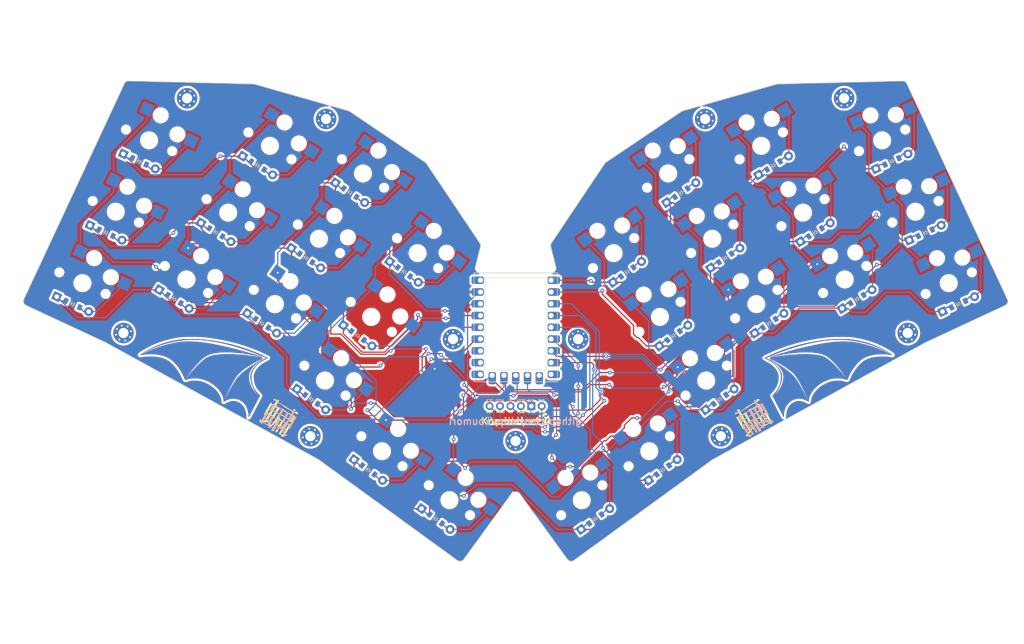
<source format=kicad_pcb>
(kicad_pcb (version 20241229) (generator "pcbnew") (generator_version "9.0")
  (title_block (title "koumori") (rev "v1.0.0") (company "Unknown"))
  (layers (0 "F.Cu" signal) (2 "B.Cu" signal) (13 "F.Paste" user) (15 "B.Paste" user) (5 "F.SilkS" user "F.Silkscreen") (7 "B.SilkS" user "B.Silkscreen") (1 "F.Mask" user) (3 "B.Mask" user) (25 "Edge.Cuts" user))
  (net 0 "")
  (net 1 "GP10")
  (net 2 "pinky_bottom")
  (net 3 "pinky_middle")
  (net 4 "pinky_top")
  (net 5 "GP11")
  (net 6 "ring_bottom")
  (net 7 "ring_middle")
  (net 8 "ring_top")
  (net 9 "GP12")
  (net 10 "middle_bottom")
  (net 11 "middle_middle")
  (net 12 "middle_top")
  (net 13 "GP13")
  (net 14 "index_bottom")
  (net 15 "index_middle")
  (net 16 "index_top")
  (net 17 "inner_top")
  (net 18 "outer_top")
  (net 19 "GP27")
  (net 20 "GP28")
  (net 21 "GP29")
  (net 22 "GP7")
  (net 23 "mirror_pinky_bottom")
  (net 24 "mirror_pinky_middle")
  (net 25 "mirror_pinky_top")
  (net 26 "mirror_ring_bottom")
  (net 27 "mirror_ring_middle")
  (net 28 "mirror_ring_top")
  (net 29 "mirror_middle_bottom")
  (net 30 "mirror_middle_middle")
  (net 31 "mirror_middle_top")
  (net 32 "mirror_index_bottom")
  (net 33 "mirror_index_middle")
  (net 34 "mirror_index_top")
  (net 35 "mirror_inner_top")
  (net 36 "mirror_outer_top")
  (net 37 "GP6")
  (net 38 "GP1")
  (net 39 "GP0")
  (net 40 "GP2")
  (net 41 "GP3")
  (net 42 "GP4")
  (net 43 "GP5")
  (net 44 "GP8")
  (net 45 "GP9")
  (net 46 "GP14")
  (net 47 "GP15")
  (net 48 "GP26")
  (net 49 "P3V3")
  (net 50 "GND")
  (net 51 "P5V")
  (footprint "PG1350" (layer "F.Cu") (at 102.31798 73.531812 -36)
    (property "Reference" "S12" (hide yes))
    (property "Value" "" (hide yes))
  )
  (footprint "MountingHole_2.2mm_M2_Pad_Via" (layer "F.Cu") (at 123.46798 114.062812)
    (property "Reference" "_9" (hide yes))
    (property "Value" "")
  )
  (footprint "PG1350" (layer "F.Cu") (at 152.309962 116.273518 36)
    (property "Reference" "S27" (hide yes))
    (property "Value" "" (hide yes))
  )
  (footprint "MountingHole_2.2mm_M2_Pad_Via" (layer "F.Cu") (at 38.848775 90.763279 -32)
    (property "Reference" "_5" (hide yes))
    (property "Value" "")
  )
  (footprint "ComboDiode" (layer "F.Cu") (at 35.071419 69.124307 -25)
    (property "Reference" "D2" (hide yes))
    (property "Value" "" (hide yes))
  )
  (footprint "MountingHole_2.2mm_M2_Pad_Via" (layer "F.Cu") (at 208.087184 90.763279 32)
    (property "Reference" "_6" (hide yes))
    (property "Value" "")
  )
  (footprint "ComboDiode" (layer "F.Cu") (at 106.249377 130.898738 -36)
    (property "Reference" "D14" (hide yes))
    (property "Value" "" (hide yes))
  )
  (footprint "ComboDiode" (layer "F.Cu") (at 78.232938 74.570491 -34)
    (property "Reference" "D8" (hide yes))
    (property "Value" "" (hide yes))
  )
  (footprint "ComboDiode" (layer "F.Cu") (at 49.787266 83.448266 -32)
    (property "Reference" "D4" (hide yes))
    (property "Value" "" (hide yes))
  )
  (footprint "ComboDiode" (layer "F.Cu") (at 178.209301 88.66413 34)
    (property "Reference" "D21" (hide yes))
    (property "Value" "" (hide yes))
  )
  (footprint "MountingHole_2.2mm_M2_Pad_Via" (layer "F.Cu") (at 167.756899 113.03566 36)
    (property "Reference" "_8" (hide yes))
    (property "Value" "")
  )
  (footprint "ComboDiode" (layer "F.Cu") (at 89.386704 91.330186 -36)
    (property "Reference" "D11" (hide yes))
    (property "Value" "" (hide yes))
  )
  (footprint "ComboDiode" (layer "F.Cu") (at 197.148694 83.448266 32)
    (property "Reference" "D18" (hide yes))
    (property "Value" "" (hide yes))
  )
  (footprint "PG1350" (layer "F.Cu") (at 164.602678 101.03839 36)
    (property "Reference" "S24" (hide yes))
    (property "Value" "" (hide yes))
  )
  (footprint "Pointing-connector" (layer "F.Cu") (at 123.46798 106.531812)
    (property "Reference" "Pointing1" (hide yes))
    (property "Value" "" (hide yes))
  )
  (footprint "PG1350" (layer "F.Cu") (at 209.751449 64.592768 25)
    (property "Reference" "S16" (hide yes))
    (property "Value" "" (hide yes))
  )
  (footprint "PG1350" (layer "F.Cu") (at 144.61798 73.531812 36)
    (property "Reference" "S26" (hide yes))
    (property "Value" "" (hide yes))
  )
  (footprint "ComboDiode" (layer "F.Cu") (at 87.739217 60.476852 -34)
    (property "Reference" "D9" (hide yes))
    (property "Value" "" (hide yes))
  )
  (footprint "ComboDiode" (layer "F.Cu") (at 168.703021 74.570491 34)
    (property "Reference" "D22" (hide yes))
    (property "Value" "" (hide yes))
  )
  (footprint "ComboDiode" (layer "F.Cu") (at 58.795893 69.031449 -32)
    (property "Reference" "D5" (hide yes))
    (property "Value" "" (hide yes))
  )
  (footprint "MountingHole_2.2mm_M2_Pad_Via" (layer "F.Cu") (at 52.576363 40.10316 -25)
    (property "Reference" "_1" (hide yes))
    (property "Value" "")
  )
  (footprint "PG1350" (layer "F.Cu") (at 154.610329 87.285101 36)
    (property "Reference" "S25" (hide yes))
    (property "Value" "" (hide yes))
  )
  (footprint "MountingHole_2.2mm_M2_Pad_Via" (layer "F.Cu") (at 194.359597 40.10316 25)
    (property "Reference" "_2" (hide yes))
    (property "Value" "")
  )
  (footprint "ComboDiode" (layer "F.Cu") (at 99.379053 77.576897 -36)
    (property "Reference" "D12" (hide yes))
    (property "Value" "" (hide yes))
  )
  (footprint "ComboDiode" (layer "F.Cu") (at 91.687071 120.318603 -36)
    (property "Reference" "D13" (hide yes))
    (property "Value" "" (hide yes))
  )
  (footprint "MountingHole_2.2mm_M2_Pad_Via" (layer "F.Cu") (at 109.96798 92.081812)
    (property "Reference" "_10" (hide yes))
    (property "Value" "")
  )
  (footprint "Koumori:logo-mori" (layer "F.Cu") (at 174.7 109.1)
    (property "Reference" "")
    (property "Value" "LOGO" (hide yes))
  )
  (footprint "PG1350" (layer "F.Cu") (at 202.566938 49.185535 25)
    (property "Reference" "S17" (hide yes))
    (property "Value" "" (hide yes))
  )
  (footprint "PG1350" (layer "F.Cu") (at 137.747656 126.853653 36)
    (property "Reference" "S28" (hide yes))
    (property "Value" "" (hide yes))
  )
  (footprint "MountingHole_2.2mm_M2_Pad_Via" (layer "F.Cu") (at 79.17906 113.03566 -36)
    (property "Reference" "_7" (hide yes))
    (property "Value" "")
  )
  (footprint "PG1350" (layer "F.Cu") (at 156.400778 56.331665 34)
    (property "Reference" "S23" (hide yes))
    (property "Value" "" (hide yes))
  )
  (footprint "PG1350" (layer "F.Cu") (at 175.413336 84.518942 34)
    (property "Reference" "S21" (hide yes))
    (property "Value" "" (hide yes))
  )
  (footprint "PG1350" (layer "F.Cu") (at 82.333281 101.03839 -36)
    (property "Reference" "S10" (hide yes))
    (property "Value" "" (hide yes))
  )
  (footprint "PG1350" (layer "F.Cu") (at 94.625997 116.273518 -36)
    (property "Reference" "S13" (hide yes))
    (property "Value" "" (hide yes))
  )
  (footprint "MountingHole_2.2mm_M2_Pad_Via" (layer "F.Cu") (at 82.569348 44.572944 -32)
    (property "Reference" "_3" (hide yes))
    (property "Value" "")
  )
  (footprint "ComboDiode" (layer "F.Cu") (at 157.549255 91.330186 36)
    (property "Reference" "D25" (hide yes))
    (property "Value" "" (hide yes))
  )
  (footprint "PG1350" (layer "F.Cu") (at 30 80 -25)
    (property "Reference" "S1" (hide yes))
    (property "Value" "" (hide yes))
  )
  (footprint "MountingHole_2.2mm_M2_Pad_Via" (layer "F.Cu") (at 136.96798 92.081812)
    (property "Reference" "_11" (hide yes))
    (property "Value" "")
  )
  (footprint "PG1350" (layer "F.Cu") (at 92.32563 87.285101 -36)
    (property "Reference" "S11" (hide yes))
    (property "Value" "" (hide yes))
  )
  (footprint "PG1350" (layer "F.Cu") (at 216.935959 80 25)
    (property "Reference" "S15" (hide yes))
    (property "Value" "" (hide yes))
  )
  (footprint "ComboDiode" (layer "F.Cu") (at 42.25593 53.717074 -25)
    (property "Reference" "D3" (hide yes))
    (property "Value" "" (hide yes))
  )
  (footprint "ComboDiode" (layer "F.Cu") (at 68.726658 88.66413 -34)
    (property "Reference" "D7" (hide yes))
    (property "Value" "" (hide yes))
  )
  (footprint "ComboDiode" (layer "F.Cu") (at 67.804521 54.614631 -32)
    (property "Reference" "D6" (hide yes))
    (property "Value" "" (hide yes))
  )
  (footprint "ComboDiode" (layer "F.Cu") (at 219.049051 84.531539 25)
    (property "Reference" "D15" (hide yes))
    (property "Value" "" (hide yes))
  )
  (footprint "ComboDiode" (layer "F.Cu") (at 167.541605 105.083475 36)
    (property "Reference" "D24" (hide yes))
    (property "Value" "" (hide yes))
  )
  (footprint "ComboDiode" (layer "F.Cu") (at 188.140066 69.031449 32)
    (property "Reference" "D19" (hide yes))
    (property "Value" "" (hide yes))
  )
  (footprint "ComboDiode" (layer "F.Cu") (at 140.686582 130.898738 36)
    (property "Reference" "D28" (hide yes))
    (property "Value" "" (hide yes))
  )
  (footprint "PG1350" (layer "F.Cu") (at 71.522623 84.518942 -34)
    (property "Reference" "S7" (hide yes))
    (property "Value" "" (hide yes))
  )
  (footprint "PG1350" (layer "F.Cu") (at 185.49047 64.791208 32)
    (property "Reference" "S19" (hide yes))
    (property "Value" "" (hide yes))
  )
  (footprint "PG1350" (layer "F.Cu") (at 90.535182 56.331665 -34)
    (property "Reference" "S9" (hide yes))
    (property "Value" "" (hide yes))
  )
  (footprint "ComboDiode" (layer "F.Cu") (at 155.248888 120.318603 36)
    (property "Reference" "D27" (hide yes))
    (property "Value" "" (hide yes))
  )
  (footprint "PG1350" (layer "F.Cu") (at 194.499097 79.208026 32)
    (property "Reference" "S18" (hide yes))
    (property "Value" "" (hide yes))
  )
  (footprint "PG1350" (layer "F.Cu") (at 70.454117 50.374391 -32)
    (property "Reference" "S6" (hide yes))
    (property "Value" "" (hide yes))
  )
  (footprint "PG1350" (layer "F.Cu") (at 61.44549 64.791208 -32)
    (property "Reference" "S5" (hide yes))
    (property "Value" "" (hide yes))
  )
  (footprint "ComboDiode" (layer "F.Cu") (at 79.394355 105.083475 -36)
    (property "Reference" "D10" (hide yes))
    (property "Value" "" (hide yes))
  )
  (footprint "PG1350" (layer "F.Cu") (at 165.907057 70.425303 34)
    (property "Reference" "S22" (hide yes))
    (property "Value" "" (hide yes))
  )
  (footprint "ComboDiode" (layer "F.Cu") (at 147.556906 77.576897 36)
    (property "Reference" "D26" (hide yes))
    (property "Value" "" (hide yes))
  )
  (footprint "PG1350" (layer "F.Cu") (at 81.028902 70.425303 -34)
    (property "Reference" "S8" (hide yes))
    (property "Value" "" (hide yes))
  )
  (footprint "PG1350" (layer "F.Cu") (at 37.18451 64.592768 -25)
    (property "Reference" "S2" (hide yes))
    (property "Value" "" (hide yes))
  )
  (footprint "ComboDiode" (layer "F.Cu") (at 27.886909 84.531539 -25)
    (property "Reference" "D1" (hide yes))
    (property "Value" "" (hide yes))
  )
  (footprint "PG1350" (layer "F.Cu") (at 44.369021 49.185535 -25)
    (property "Reference" "S3" (hide yes))
    (property "Value" "" (hide yes))
  )
  (footprint "PG1350" (layer "F.Cu") (at 52.436862 79.208026 -32)
    (property "Reference" "S4" (hide yes))
    (property "Value" "" (hide yes))
  )
  (footprint "MountingHole_2.2mm_M2_Pad_Via" (layer "F.Cu") (at 164.366612 44.572944 32)
    (property "Reference" "_4" (hide yes))
    (property "Value" "")
  )
  (footprint "PG1350" (layer "F.Cu") (at 109.188303 126.853653 -36)
    (property "Reference" "S14" (hide yes))
    (property "Value" "" (hide yes))
  )
  (footprint "Koumori:logo-wing" (layer "F.Cu") (at 56.2 100.5)
    (property "Reference" "REF**" (hide yes))
    (property "Value" "logo-wing" (hide yes))
  )
  (footprint "PG1350" (layer "F.Cu") (at 176.481842 50.374391 32)
    (property "Reference" "S20" (hide yes))
    (property "Value" "" (hide yes))
  )
  (footprint "ComboDiode" (layer "F.Cu") (at 159.196742 60.476852 34)
    (property "Reference" "D23" (hide yes))
    (property "Value" "" (hide yes))
  )
  (footprint "RP2040-Zero" (layer "F.Cu") (at 123.46798 89.531812)
    (property "Reference" "RP2040Zero1" (hide yes))
    (property "Value" "" (hide yes))
    (fp_rect (start -6.6 -10.7) (end 6.6 9.2) (stroke (width 0.1)) (fill no) (layer "Edge.Cuts"))
  )
  (footprint "ComboDiode" (layer "F.Cu") (at 204.68003 53.717074 25)
    (property "Reference" "D17" (hide yes))
    (property "Value" "" (hide yes))
  )
  (footprint "ComboDiode" (layer "F.Cu") (at 179.131439 54.614631 32)
    (property "Reference" "D20" (hide yes))
    (property "Value" "" (hide yes))
  )
  (footprint "ComboDiode" (layer "F.Cu") (at 211.86454 69.124307 25)
    (property "Reference" "D16" (hide yes))
    (property "Value" "" (hide yes))
  )
  (footprint "Koumori:logo-kou" (layer "F.Cu") (at 72.3 109)
    (property "Reference" "")
    (property "Value" "LOGO" (hide yes))
  )
  (footprint "Koumori:logo-kou" (layer "B.Cu") (at 174.966013 109.061164 180)
    (property "Reference" "")
    (property "Value" "LOGO" (hide yes))
  )
  (footprint "Koumori:logo-wing" (layer "B.Cu") (at 191 100.5 180)
    (property "Reference" "REF**" (hide yes))
    (property "Value" "logo-wing" (hide yes))
  )
  (footprint "Koumori:logo-mori" (layer "B.Cu") (at 72.566013 109.038836 180)
    (property "Reference" "")
    (property "Value" "LOGO" (hide yes))
  )
  (gr_arc (start 103.975591 53.938265) (mid 104.124449 54.061141) (end 104.246927 54.210326) (stroke (width 0.15)) (layer "Edge.Cuts"))
  (gr_arc (start 165.933257 118.11826) (mid 165.985149 118.082992) (end 166.03915 118.051047) (stroke (width 0.15)) (layer "Edge.Cuts"))
  (gr_line (start 165.933257 118.118261) (end 136.050463 139.829381) (stroke (width 0.15)) (layer "Edge.Cuts"))
  (gr_line (start 207.891616 36.942328) (end 229.591292 83.477434) (stroke (width 0.15)) (layer "Edge.Cuts"))
  (gr_line (start 104.246927 54.210326) (end 115.744306 71.354495) (stroke (width 0.15)) (layer "Edge.Cuts"))
  (gr_line (start 87.689349 42.953056) (end 103.975592 53.938265) (stroke (width 0.15)) (layer "Edge.Cuts"))
  (gr_arc (start 132.154994 76.537819) (mid 131.973885 77.396632) (end 131.185217 77.781812) (stroke (width 0.15)) (layer "Edge.Cuts"))
  (gr_line (start 211.858618 92.852131) (end 166.03915 118.051047) (stroke (width 0.15)) (layer "Edge.Cuts"))
  (gr_line (start 132.154994 76.537819) (end 131.052404 72.155465) (stroke (width 0.15)) (layer "Edge.Cuts"))
  (gr_arc (start 35.018067 92.822054) (mid 35.047954 92.8366) (end 35.077341 92.852131) (stroke (width 0.15)) (layer "Edge.Cuts"))
  (gr_line (start 115.883555 72.155465) (end 114.780965 76.537819) (stroke (width 0.15)) (layer "Edge.Cuts"))
  (gr_line (start 17.344667 83.477434) (end 39.044343 36.942328) (stroke (width 0.15)) (layer "Edge.Cuts"))
  (gr_line (start 80.89681 118.051047) (end 35.077341 92.852131) (stroke (width 0.15)) (layer "Edge.Cuts"))
  (gr_arc (start 229.591293 83.477434) (mid 229.624678 84.242072) (end 229.107603 84.80636) (stroke (width 0.15)) (layer "Edge.Cuts"))
  (gr_line (start 123.564001 125.045844) (end 122.862433 125.045844) (stroke (width 0.15)) (layer "Edge.Cuts"))
  (gr_line (start 39.974818 36.365239) (end 66.880749 37.015668) (stroke (width 0.15)) (layer "Edge.Cuts"))
  (gr_arc (start 123.564 125.045844) (mid 124.017991 125.154837) (end 124.373018 125.458058) (stroke (width 0.15)) (layer "Edge.Cuts"))
  (gr_arc (start 80.896809 118.051048) (mid 80.95081 118.082993) (end 81.002702 118.118261) (stroke (width 0.15)) (layer "Edge.Cuts"))
  (gr_line (start 35.018067 92.822053) (end 17.828356 84.80636) (stroke (width 0.15)) (layer "Edge.Cuts"))
  (gr_arc (start 211.858618 92.85213) (mid 211.888005 92.836599) (end 211.917892 92.822053) (stroke (width 0.15)) (layer "Edge.Cuts"))
  (gr_line (start 67.130174 37.05353) (end 87.403748 42.820248) (stroke (width 0.15)) (layer "Edge.Cuts"))
  (gr_line (start 110.885496 139.829381) (end 81.002702 118.118261) (stroke (width 0.15)) (layer "Edge.Cuts"))
  (gr_arc (start 87.403748 42.820248) (mid 87.55181 42.875337) (end 87.689349 42.953056) (stroke (width 0.15)) (layer "Edge.Cuts"))
  (gr_arc (start 179.805785 37.05353) (mid 179.929299 37.026702) (end 180.05521 37.015668) (stroke (width 0.15)) (layer "Edge.Cuts"))
  (gr_arc (start 112.282299 139.60815) (mid 111.629716 140.008053) (end 110.885496 139.829381) (stroke (width 0.15)) (layer "Edge.Cuts"))
  (gr_arc (start 131.052405 72.155465) (mid 131.036959 71.740191) (end 131.191653 71.354495) (stroke (width 0.15)) (layer "Edge.Cuts"))
  (gr_arc (start 66.880749 37.015668) (mid 67.00666 37.026702) (end 67.130174 37.05353) (stroke (width 0.15)) (layer "Edge.Cuts"))
  (gr_line (start 229.107603 84.80636) (end 211.917892 92.822053) (stroke (width 0.15)) (layer "Edge.Cuts"))
  (gr_line (start 180.05521 37.015668) (end 206.961142 36.365239) (stroke (width 0.15)) (layer "Edge.Cuts"))
  (gr_line (start 142.960367 53.938265) (end 159.24661 42.953056) (stroke (width 0.15)) (layer "Edge.Cuts"))
  (gr_arc (start 159.246611 42.953056) (mid 159.384149 42.875337) (end 159.532211 42.820248) (stroke (width 0.15)) (layer "Edge.Cuts"))
  (gr_line (start 131.191653 71.354495) (end 142.689032 54.210326) (stroke (width 0.15)) (layer "Edge.Cuts"))
  (gr_line (start 122.862433 125.045844) (end 112.282299 139.60815) (stroke (width 0.15)) (layer "Edge.Cuts"))
  (gr_line (start 159.532211 42.820248) (end 179.805785 37.05353) (stroke (width 0.15)) (layer "Edge.Cuts"))
  (gr_line (start 115.750742 77.781812) (end 131.185217 77.781812) (stroke (width 0.15)) (layer "Edge.Cuts"))
  (gr_arc (start 115.750743 77.781812) (mid 114.962075 77.396632) (end 114.780965 76.537819) (stroke (width 0.15)) (layer "Edge.Cuts"))
  (gr_arc (start 136.050464 139.829381) (mid 135.306244 140.008053) (end 134.653661 139.60815) (stroke (width 0.15)) (layer "Edge.Cuts"))
  (gr_arc (start 142.689031 54.210326) (mid 142.811509 54.061141) (end 142.960367 53.938265) (stroke (width 0.15)) (layer "Edge.Cuts"))
  (gr_arc (start 39.044344 36.942328) (mid 39.423583 36.515124) (end 39.974818 36.365239) (stroke (width 0.15)) (layer "Edge.Cuts"))
  (gr_arc (start 115.744307 71.354495) (mid 115.899001 71.740191) (end 115.883555 72.155465) (stroke (width 0.15)) (layer "Edge.Cuts"))
  (gr_arc (start 17.828357 84.80636) (mid 17.311282 84.242072) (end 17.344667 83.477434) (stroke (width 0.15)) (layer "Edge.Cuts"))
  (gr_line (start 134.653661 139.60815) (end 124.373018 125.458058) (stroke (width 0.15)) (layer "Edge.Cuts"))
  (gr_arc (start 206.961142 36.365239) (mid 207.512377 36.515124) (end 207.891616 36.942328) (stroke (width 0.15)) (layer "Edge.Cuts"))
  (gr_text "Koumori v1.0" (at 115.8 110.7 0) (layer "F.SilkS") (effects (font (size 1.5 1.5) (thickness 0.3) (bold yes)) (justify left bottom)))
  (gr_text "github.com/dlip/koumori" (at 137.9 110.7 -0) (layer "B.SilkS") (effects (font (size 1.5 1.5) (thickness 0.3) (bold yes)) (justify left bottom mirror)))
  (segment (start 192.3 85.1) (end 201.408457 75.991543) (width 0.25) (layer "F.Cu") (net 1))
  (segment (start 112.599669 119.89172) (end 112.512161 119.89172) (width 0.25) (layer "F.Cu") (net 1))
  (segment (start 162.819424 106.680576) (end 159.680576 106.680576) (width 0.25) (layer "F.Cu") (net 1))
  (segment (start 112.512161 119.89172) (end 111.046441 118.426) (width 0.25) (layer "F.Cu") (net 1))
  (segment (start 67.75211 84.4) (end 62.9 84.4) (width 0.25) (layer "F.Cu") (net 1))
  (segment (start 98.900384 109.583867) (end 96.883867 109.583867) (width 0.25) (layer "F.Cu") (net 1))
  (segment (start 178.8 85.1) (end 192.3 85.1) (width 0.25) (layer "F.Cu") (net 1))
  (segment (start 133.301 104.176) (end 131.801304 104.176) (width 0.25) (layer "F.Cu") (net 1))
  (segment (start 62.7 84.2) (end 53.56403 84.2) (width 0.25) (layer "F.Cu") (net 1))
  (segment (start 62.9 84.4) (end 62.7 84.2) (width 0.25) (layer "F.Cu") (net 1))
  (segment (start 82.3 98.94789) (end 67.75211 84.4) (width 0.25) (layer "F.Cu") (net 1))
  (segment (start 169.782721 100.1) (end 170.3 100.1) (width 0.25) (layer "F.Cu") (net 1))
  (segment (start 163.010784 106.871937) (end 169.782721 100.1) (width 0.25) (layer "F.Cu") (net 1))
  (segment (start 93.2 105.9) (end 96.883867 109.583867) (width 0.25) (layer "F.Cu") (net 1))
  (segment (start 159.680576 106.680576) (end 158.5 105.5) (width 0.25) (layer "F.Cu") (net 1))
  (segment (start 170.3 93.6) (end 178.8 85.1) (width 0.25) (layer "F.Cu") (net 1))
  (segment (start 170.3 100.1) (end 170.3 93.6) (width 0.25) (layer "F.Cu") (net 1))
  (segment (start 135.8 106.675) (end 133.301 104.176) (width 0.25) (layer "F.Cu") (net 1))
  (segment (start 92.2 105.9) (end 93.2 105.9) (width 0.25) (layer "F.Cu") (net 1))
  (segment (start 83.199194 98.94789) (end 88.009774 103.75847) (width 0.25) (layer "F.Cu") (net 1))
  (segment (start 111.046441 118.426) (end 107.742517 118.426) (width 0.25) (layer "F.Cu") (net 1))
  (segment (start 107.742517 118.426) (end 98.900384 109.583867) (width 0.25) (layer "F.Cu") (net 1))
  (segment (start 53.56403 84.2) (end 45.847499 76.483469) (width 0.25) (layer "F.Cu") (net 1))
  (segment (start 162.819424 106.680576) (end 163.010784 106.871937) (width 0.25) (layer "F.Cu") (net 1))
  (segment (start 88.009774 107.116122) (end 87.962948 107.162948) (width 0.25) (layer "F.Cu") (net 1))
  (segment (start 88.009774 103.75847) (end 88.009774 107.116122) (width 0.25) (layer "F.Cu") (net 1))
  (segment (start 83.199194 98.94789) (end 82.3 98.94789) (width 0.25) (layer "F.Cu") (net 1))
  (via (at 131.801304 104.176) (size 0.8) (drill 0.4) (layers "F.Cu" "B.Cu") (net 1))
  (via (at 135.8 106.675) (size 0.8) (drill 0.4) (layers "F.Cu" "B.Cu") (net 1))
  (via (at 87.962948 107.162948) (size 0.8) (drill 0.4) (layers "F.Cu" "B.Cu") (net 1))
  (via (at 92.2 105.9) (size 0.8) (drill 0.4) (layers "F.Cu" "B.Cu") (net 1))
  (via (at 201.408457 75.991543) (size 0.8) (drill 0.4) (layers "F.Cu" "B.Cu") (net 1))
  (via (at 45.847499 76.483469) (size 0.8) (drill 0.4) (layers "F.Cu" "B.Cu") (net 1))
  (via (at 158.5 105.5) (size 0.8) (drill 0.4) (layers "F.Cu" "B.Cu") (net 1))
  (via (at 112.599669 119.89172) (size 0.8) (drill 0.4) (layers "F.Cu" "B.Cu") (net 1))
  (segment (start 137.712546 121.230855) (end 137.712546 119.687454) (width 0.25) (layer "B.Cu") (net 1))
  (segment (start 126.7 103) (end 126.4 103.3) (width 0.25) (layer "B.Cu") (net 1))
  (segment (start 137.712546 119.687454) (end 140.8 116.6) (width 0.25) (layer "B.Cu") (net 1))
  (segment (start 139.6 111.7) (end 136.751 108.851) (width 0.25) (layer "B.Cu") (net 1))
  (segment (start 36.730931 52.106416) (end 36.730931 57.816162) (width 0.25) (layer "B.Cu") (net 1))
  (segment (start 135.8 107.9) (end 135.8 106.675) (width 0.25) (layer "B.Cu") (net 1))
  (segment (start 43.915442 42.408929) (end 43.915442 44.921905) (width 0.25) (layer "B.Cu") (net 1))
  (segment (start 123.671326 118.6) (end 131.178168 126.106842) (width 0.25) (layer "B.Cu") (net 1))
  (segment (start 158.5 105.5) (end 156 105.5) (width 0.25) (layer "B.Cu") (net 1))
  (segment (start 36.6 75.5) (end 44.86403 75.5) (width 0.25) (layer "B.Cu") (net 1))
  (segment (start 131.801304 104.176) (end 131.801304 104.101304) (width 0.25) (layer "B.Cu") (net 1))
  (segment (start 136.274 108.42572) (end 136.274 108.374) (width 0.25) (layer "B.Cu") (net 1))
  (segment (start 33.831469 72.731469) (end 36.6 75.5) (width 0.25) (layer "B.Cu") (net 1))
  (segment (start 113.891389 118.6) (end 112.599669 119.89172) (width 0.25) (layer "B.Cu") (net 1))
  (segment (start 123.671326 118.6) (end 113.891389 118.6) (width 0.25) (layer "B.Cu") (net 1))
  (segment (start 206.904092 71.442413) (end 202.354962 75.991543) (width 0.25) (layer "B.Cu") (net 1))
  (segment (start 204.268712 60.584311) (end 206.904092 63.219691) (width 0.25) (layer "B.Cu") (net 1))
  (segment (start 126.03798 102.93798) (end 126.03798 99.901812) (width 0.25) (layer "B.Cu") (net 1))
  (segment (start 141.1 116.3) (end 143.247973 116.3) (width 0.25) (layer "B.Cu") (net 1))
  (segment (start 131.178168 126.106842) (end 132.836559 126.106842) (width 0.25) (layer "B.Cu") (net 1))
  (segment (start 43.915442 44.921905) (end 36.730931 52.106416) (width 0.25) (layer "B.Cu") (net 1))
  (segment (start 87.962948 107.162948) (end 89.225896 105.9) (width 0.25) (layer "B.Cu") (net 1))
  (segment (start 136.274 108.374) (end 135.8 107.9) (width 0.25) (layer "B.Cu") (net 1))
  (segment (start 143.247973 116.3) (end 146.163109 113.384864) (width 0.25) (layer "B.Cu") (net 1))
  (segment (start 29.546421 67.513648) (end 29.546421 73.223394) (width 0.25) (layer "B.Cu") (net 1))
  (segment (start 36.730931 57.816162) (end 36.730931 60.329138) (width 0.25) (layer "B.Cu") (net 1))
  (segment (start 89.225896 105.9) (end 92.2 105.9) (width 0.25) (layer "B.Cu") (net 1))
  (segment (start 126.4 103.3) (end 126.03798 102.93798) (width 0.25) (layer "B.Cu") (net 1))
  (segment (start 150.68864 112.236932) (end 149.540708 113.384864) (width 0.25) (layer "B.Cu") (net 1))
  (segment (start 36.730931 60.329138) (end 29.546421 67.513648) (width 0.25) (layer "B.Cu") (net 1))
  (segment (start 202.354962 75.991543) (end 201.408457 75.991543) (width 0.25) (layer "B.Cu") (net 1))
  (segment (start 206.904092 71.442413) (end 211.453222 75.991543) (width 0.25) (layer "B.Cu") (net 1))
  (segment (start 199.719582 56.035181) (end 204.268712 60.584311) (width 0.25) (layer "B.Cu") (net 1))
  (segment (start 132.836559 126.106842) (end 137.712546 121.230855) (width 0.25) (layer "B.Cu") (net 1))
  (segment (start 131.801304 104.101304) (end 130.7 103) (width 0.25) (layer "B.Cu") (net 1))
  (segment (start 206.904092 63.219691) (end 206.904092 71.442413) (width 0.25) (layer "B.Cu") (net 1))
  (segment (start 140.8 116.6) (end 139.6 115.4) (width 0.25) (layer "B.Cu") (net 1))
  (segment (start 44.86403 75.5) (end 45.847499 76.483469) (width 0.25) (layer "B.Cu") (net 1))
  (segment (start 156 105.5) (end 150.68864 110.81136) (width 0.25) (layer "B.Cu") (net 1))
  (segment (start 30.038346 72.731469) (end 33.831469 72.731469) (width 0.25) (layer "B.Cu") (net 1))
  (segment (start 139.6 115.4) (end 139.6 111.7) (width 0.25) (layer "B.Cu") (net 1))
  (segment (start 29.546421 73.223394) (end 30.038346 72.731469) (width 0.25) (layer "B.Cu") (net 1))
  (segment (start 149.540708 113.384864) (end 146.163109 113.384864) (width 0.25) (layer "B.Cu") (net 1))
  (segment (start 140.8 116.6) (end 141.1 116.3) (width 0.25) (layer "B.Cu") (net 1))
  (segment (start 150.68864 110.81136) (end 150.68864 112.236932) (width 0.25) (layer "B.Cu") (net 1))
  (segment (start 197.084201 45.177078) (end 199.719582 47.812459) (width 0.25) (layer "B.Cu") (net 1))
  (segment (start 136.751 108.851) (end 136.69928 108.851) (width 0.25) (layer "B.Cu") (net 1))
  (segment (start 136.69928 108.851) (end 136.274 108.42572) (width 0.25) (layer "B.Cu") (net 1))
  (segment (start 130.7 103) (end 126.7 103) (width 0.25) (layer "B.Cu") (net 1))
  (segment (start 199.719582 47.812459) (end 199.719582 56.035181) (width 0.25) (layer "B.Cu") (net 1))
  (segment (start 30.295173 86.141715) (end 29.382317 85.228859) (width 0.25) (layer "F.Cu") (net 2))
  (segment (start 31.339942 86.141715) (end 30.295173 86.141715) (width 0.25) (layer "F.Cu") (net 2))
  (segment (start 33.041312 86.141715) (end 31.339942 86.141715) (width 0.25) (layer "B.Cu") (net 2))
  (segment (start 39.084515 80.098512) (end 33.041312 86.141715) (width 0.25) (layer "B.Cu") (net 2))
  (segment (start 30.295173 86.141715) (end 29.382317 85.228859) (width 0.25) (layer "B.Cu") (net 2))
  (segment (start 31.339942 86.141715) (end 30.295173 86.141715) (width 0.25) (layer "B.Cu") (net 2))
  (segment (start 37.479683 70.734483) (end 36.566827 69.821627) (width 0.25) (layer "F.Cu") (net 3))
  (segment (start 38.524452 70.734483) (end 37.479683 70.734483) (width 0.25) (layer "F.Cu") (net 3))
  (segment (start 38.524452 70.734483) (end 37.479683 70.734483) (width 0.25) (layer "B.Cu") (net 3))
  (segment (start 40.225822 70.734483) (end 38.524452 70.734483) (width 0.25) (layer "B.Cu") (net 3))
  (segment (start 37.479683 70.734483) (end 36.566827 69.821627) (width 0.25) (layer "B.Cu") (net 3))
  (segment (start 46.269025 64.69128) (end 40.225822 70.734483) (width 0.25) (layer "B.Cu") (net 3))
  (segment (start 45.708963 55.32725) (end 44.664194 55.32725) (width 0.25) (layer "F.Cu") (net 4))
  (segment (start 44.664194 55.32725) (end 43.751338 54.414394) (width 0.25) (layer "F.Cu") (net 4))
  (segment (start 45.708963 55.32725) (end 44.664194 55.32725) (width 0.25) (layer "B.Cu") (net 4))
  (segment (start 44.664194 55.32725) (end 43.751338 54.414394) (width 0.25) (layer "B.Cu") (net 4))
  (segment (start 53.453536 49.284047) (end 47.410333 55.32725) (width 0.25) (layer "B.Cu") (net 4))
  (segment (start 47.410333 55.32725) (end 45.708963 55.32725) (width 0.25) (layer "B.Cu") (net 4))
  (segment (start 53.755943 71.483235) (end 52.812524 72.426654) (width 0.25) (layer "F.Cu") (net 5))
  (segment (start 137.105206 119.6) (end 140.5 116.205206) (width 0.25) (layer "F.Cu") (net 5))
  (segment (start 187.302375 75.897625) (end 188.56872 75.897625) (width 0.25) (layer "F.Cu") (net 5))
  (segment (start 63.06219 76.3) (end 58.245425 71.483235) (width 0.25) (layer "F.Cu") (net 5))
  (segment (start 114.675 104.3) (end 123 104.3) (width 0.25) (layer "F.Cu") (net 5))
  (segment (start 146.93664 110.682802) (end 148.519442 109.1) (width 0.25) (layer "F.Cu") (net 5))
  (segment (start 140.5 116.1) (end 142.6 114) (width 0.25) (layer "F.Cu") (net 5))
  (segment (start 112.375 102) (end 114.675 104.3) (width 0.25) (layer "F.Cu") (net 5))
  (segment (start 66.7 76.3) (end 63.06219 76.3) (width 0.25) (layer "F.Cu") (net 5))
  (segment (start 146.93664 111.231094) (end 146.93664 110.682802) (width 0.25) (layer "F.Cu") (net 5))
  (segment (start 159.95211 98.94789) (end 156.510736 102.389264) (width 0.25) (layer "F.Cu") (net 5))
  (segment (start 165.468591 98.94789) (end 168.544072 95.872409) (width 0.25) (layer "F.Cu") (net 5))
  (segment (start 142.6 114) (end 143 114) (width 0.25) (layer "F.Cu") (net 5))
  (segment (start 140.5 116.205206) (end 140.5 116.1) (width 0.25) (layer "F.Cu") (net 5))
  (segment (start 58.245425 71.483235) (end 53.755943 71.483235) (width 0.25) (layer "F.Cu") (net 5))
  (segment (start 131.3 117.7) (end 131.3 113.7) (width 0.25) (layer "F.Cu") (net 5))
  (segment (start 168.544072 95.872409) (end 168.544072 94.655928) (width 0.25) (layer "F.Cu") (net 5))
  (segment (start 168.544072 94.655928) (end 187.302375 75.897625) (width 0.25) (layer "F.Cu") (net 5))
  (segment (start 135.2 119.6) (end 137.105206 119.6) (width 0.25) (layer "F.Cu") (net 5))
  (segment (start 80.9 95.987801) (end 80.9 90.5) (width 0.25) (layer "F.Cu") (net 5))
  (segment (start 94 98.1) (end 94.3 97.8) (width 0.25) (layer "F.Cu") (net 5))
  (segment (start 159.95211 98.94789) (end 165.468591 98.94789) (width 0.25) (layer "F.Cu") (net 5))
  (segment (start 83.012199 98.1) (end 94 98.1) (width 0.25) (layer "F.Cu") (net 5))
  (segment (start 131.3 113.7) (end 132.2 112.8) (width 0.25) (layer "F.Cu") (net 5))
  (segment (start 107.102158 95.202158) (end 107.4 95.5) (width 0.25) (layer "F.Cu") (net 5))
  (segment (start 104.703237 95.202158) (end 107.102158 95.202158) (width 0.25) (layer "F.Cu") (net 5))
  (segment (start 145.167734 113) (end 146.93664 111.231094) (width 0.25) (layer "F.Cu") (net 5))
  (segment (start 80.9 95.987801) (end 83.012199 98.1) (width 0.25) (layer "F.Cu") (net 5))
  (segment (start 156.510736 102.389264) (end 156.510736 103.389264) (width 0.25) (layer "F.Cu") (net 5))
  (segment (start 144 113) (end 145.167734 113) (width 0.25) (layer "F.Cu") (net 5))
  (segment (start 148.519442 109.1) (end 149.7 109.1) (width 0.25) (layer "F.Cu") (net 5))
  (segment (start 143 114) (end 144 113) (width 0.25) (layer "F.Cu") (net 5))
  (segment (start 80.9 90.5) (end 66.7 76.3) (width 0.25) (layer "F.Cu") (net 5))
  (via (at 112.375 102) (size 0.8) (drill 0.4) (layers "F.Cu" "B.Cu") (net 5))
  (via (at 135.2 119.6) (size 0.8) (drill 0.4) (layers "F.Cu" "B.Cu") (net 5))
  (via (at 107.4 95.5) (size 0.8) (drill 0.4) (layers "F.Cu" "B.Cu") (net 5))
  (via (at 52.812524 72.426654) (size 0.8) (drill 0.4) (layers "F.Cu" "B.Cu") (net 5))
  (via (at 131.3 117.7) (size 0.8) (drill 0.4) (layers "F.Cu" "B.Cu") (net 5))
  (via (at 149.7 109.1) (size 0.8) (drill 0.4) (layers "F.Cu" "B.Cu") (net 5))
  (via (at 94.3 97.8) (size 0.8) (drill 0.4) (layers "F.Cu" "B.Cu") (net 5))
  (via (at 188.56872 75.897625) (size 0.8) (drill 0.4) (layers "F.Cu" "B.Cu") (net 5))
  (via (at 123 104.3) (size 0.8) (drill 0.4) (layers "F.Cu" "B.Cu") (net 5))
  (via (at 156.510736 103.389264) (size 0.8) (drill 0.4) (layers "F.Cu" "B.Cu") (net 5))
  (via (at 132.2 112.8) (size 0.8) (drill 0.4) (layers "F.Cu" "B.Cu") (net 5))
  (via (at 104.703237 95.202158) (size 0.8) (drill 0.4) (layers "F.Cu" "B.Cu") (net 5))
  (segment (start 183.35799 65.278704) (end 183.35799 71.468292) (width 0.25) (layer "B.Cu") (net 5))
  (segment (start 150.8 109.1) (end 149.7 109.1) (width 0.25) (layer "B.Cu") (net 5))
  (segment (start 52.812524 67.587476) (end 52.812524 72.426654) (width 0.25) (layer "B.Cu") (net 5))
  (segment (start 94.3 97.8) (end 96.2 95.9) (width 0.25) (layer "B.Cu") (net 5))
  (segment (start 61.821152 58.578848) (end 52.812524 67.587476) (width 0.25) (layer "B.Cu") (net 5))
  (segment (start 132.374334 121.262937) (end 132.374334 121.725666) (width 0.25) (layer "B.Cu") (net 5))
  (segment (start 130.4 103.8) (end 132.3 105.7) (width 0.25) (layer "B.Cu") (net 5))
  (segment (start 123.8 100.203832) (end 123.49798 99.901812) (width 0.25) (layer "B.Cu") (net 5))
  (segment (start 175.6 58.9) (end 176.979286 58.9) (width 0.25) (layer "B.Cu") (net 5))
  (segment (start 70.829779 44.270221) (end 61.821152 53.278848) (width 0.25) (layer "B.Cu") (net 5))
  (segment (start 173.8 57.1) (end 175.6 58.9) (width 0.25) (layer "B.Cu") (net 5))
  (segment (start 132.3 105.7) (end 132.3 112.7) (width 0.25) (layer "B.Cu") (net 5))
  (segment (start 176.979286 58.9) (end 179.560093 61.480807) (width 0.25) (layer "B.Cu") (net 5))
  (segment (start 133.2 119.6) (end 131.3 117.7) (width 0.25) (layer "B.Cu") (net 5))
  (segment (start 123.3 104.3) (end 123.8 103.8) (width 0.25) (layer "B.Cu") (net 5))
  (segment (start 135.2 119.6) (end 134.5 119.6) (width 0.25) (layer "B.Cu") (net 5))
  (segment (start 107.4 95.5) (end 112.375 100.475) (width 0.25) (layer "B.Cu") (net 5))
  (segment (start 96.2 95.9) (end 104.005395 95.9) (width 0.25) (layer "B.Cu") (net 5))
  (segment (start 135.2 119.6) (end 133.2 119.6) (width 0.25) (layer "B.Cu") (net 5))
  (segment (start 132.3 112.7) (end 132.2 112.8) (width 0.25) (layer "B.Cu") (net 5))
  (segment (start 123.8 103.8) (end 123.8 100.203832) (width 0.25) (layer "B.Cu") (net 5))
  (segment (start 183.35799 71.468292) (end 187.787323 75.897625) (width 0.25) (layer "B.Cu") (net 5))
  (segment (start 61.821152 53.278848) (end 61.821152 58.009836) (width 0.25) (layer "B.Cu") (net 5))
  (segment (start 123.8 103.8) (end 130.4 103.8) (width 0.25) (layer "B.Cu") (net 5))
  (segment (start 187.787323 75.897625) (end 188.56872 75.897625) (width 0.25) (layer "B.Cu") (net 5))
  (segment (start 133.935998 120.164002) (end 133.473269 120.164002) (width 0.25) (layer "B.Cu") (net 5))
  (segment (start 179.560093 61.480807) (end 183.35799 65.278704) (width 0.25) (layer "B.Cu") (net 5))
  (segment (start 61.821152 58.009836) (end 61.821152 58.578848) (width 0.25) (layer "B.Cu") (net 5))
  (segment (start 112.375 100.475) (end 112.375 102) (width 0.25) (layer "B.Cu") (net 5))
  (segment (start 123 104.3) (end 123.3 104.3) (width 0.25) (layer "B.Cu") (net 5))
  (segment (start 134.5 119.6) (end 133.935998 120.164002) (width 0.25) (layer "B.Cu") (net 5))
  (segment (start 156.510736 103.389264) (end 150.8 109.1) (width 0.25) (layer "B.Cu") (net 5))
  (segment (start 131.600803 122.499197) (end 131.600803 123.964999) (width 0.25) (layer "B.Cu") (net 5))
  (segment (start 132.374334 121.725666) (end 131.600803 122.499197) (width 0.25) (layer "B.Cu") (net 5))
  (segment (start 70.829779 43.593019) (end 70.829779 44.270221) (width 0.25) (layer "B.Cu") (net 5))
  (segment (start 170.551465 47.06399) (end 173.8 50.312525) (width 0.25) (layer "B.Cu") (net 5))
  (segment (start 104.005395 95.9) (end 104.703237 95.202158) (width 0.25) (layer "B.Cu") (net 5))
  (segment (start 133.473269 120.164002) (end 132.374334 121.262937) (width 0.25) (layer "B.Cu") (net 5))
  (segment (start 173.8 50.312525) (end 173.8 57.1) (width 0.25) (layer "B.Cu") (net 5))
  (segment (start 53.018329 85.467258) (end 52.33117 85.467258) (width 0.25) (layer "F.Cu") (net 6))
  (segment (start 52.33117 85.467258) (end 51.186545 84.322633) (width 0.25) (layer "F.Cu") (net 6))
  (segment (start 61.441657 80.412928) (end 56.387327 85.467258) (width 0.25) (layer "B.Cu") (net 6))
  (segment (start 56.387327 85.467258) (end 53.018329 85.467258) (width 0.25) (layer "B.Cu") (net 6))
  (segment (start 52.33117 85.467258) (end 51.186545 84.322633) (width 0.25) (layer "B.Cu") (net 6))
  (segment (start 53.018329 85.467258) (end 52.33117 85.467258) (width 0.25) (layer "B.Cu") (net 6))
  (segment (start 62.026956 71.050441) (end 61.339797 71.050441) (width 0.25) (layer "F.Cu") (net 7))
  (segment (start 61.339797 71.050441) (end 60.195172 69.905816) (width 0.25) (layer "F.Cu") (net 7))
  (segment (start 70.450285 65.99611) (end 65.395954 71.050441) (width 0.25) (layer "B.Cu") (net 7))
  (segment (start 61.339797 71.050441) (end 60.195172 69.905816) (width 0.25) (layer "B.Cu") (net 7))
  (segment (start 62.026956 71.050441) (end 61.339797 71.050441) (width 0.25) (layer "B.Cu") (net 7))
  (segment (start 65.395954 71.050441) (end 62.026956 71.050441) (width 0.25) (layer "B.Cu") (net 7))
  (segment (start 70.348425 56.633623) (end 69.2038 55.488998) (width 0.25) (layer "F.Cu") (net 8))
  (segment (start 71.035584 56.633623) (end 70.348425 56.633623) (width 0.25) (layer "F.Cu") (net 8))
  (segment (start 70.348425 56.633623) (end 69.2038 55.488998) (width 0.25) (layer "B.Cu") (net 8))
  (segment (start 74.404582 56.633623) (end 71.035584 56.633623) (width 0.25) (layer "B.Cu") (net 8))
  (segment (start 71.035584 56.633623) (end 70.348425 56.633623) (width 0.25) (layer "B.Cu") (net 8))
  (segment (start 79.458912 51.579293) (end 74.404582 56.633623) (width 0.25) (layer "B.Cu") (net 8))
  (segment (start 141.82672 99.3) (end 141.72672 99.2) (width 0.25) (layer "F.Cu") (net 9))
  (segment (start 143.8 99.3) (end 141.82672 99.3) (width 0.25) (layer "F.Cu") (net 9))
  (segment (start 72.134723 79.524135) (end 72.134723 77.754812) (width 0.25) (layer "F.Cu") (net 9))
  (segment (start 103.3 95.6) (end 103.3 99) (width 0.25) (layer "F.Cu") (net 9))
  (segment (start 96.125157 94.612653) (end 95.38681 95.351) (width 0.25) (layer "F.Cu") (net 9))
  (segment (start 74.940604 82.330016) (end 72.134723 79.524135) (width 0.25) (layer "F.Cu") (net 9))
  (segment (start 110.118802 108.5) (end 110.6 108.5) (width 0.25) (layer "F.Cu") (net 9))
  (segment (start 121.3 100.243832) (end 120.95798 99.901812) (width 0.25) (layer "F.Cu") (net 9))
  (segment (start 110.6 108.5) (end 111.4 107.7) (width 0.25) (layer "F.Cu") (net 9))
  (segment (start 154.768905 98.668905) (end 169.37104 84.06677) (width 0.25) (layer "F.Cu") (net 9))
  (segment (start 110.118802 105.818802) (end 110.118802 108.5) (width 0.25) (layer "F.Cu") (net 9))
  (segment (start 141.72672 99.2) (end 137.92672 103) (width 0.25) (layer "F.Cu") (net 9))
  (segment (start 85.76219 91) (end 83.6 91) (width 0.25) (layer "F.Cu") (net 9))
  (segment (start 104.1 94.8) (end 103.3 95.6) (width 0.25) (layer "F.Cu") (net 9))
  (segment (start 83.6 85.7) (end 80.230016 82.330016) (width 0.25) (layer "F.Cu") (net 9))
  (segment (start 95.38681 95.351) (end 90.11319 95.351) (width 0.25) (layer "F.Cu") (net 9))
  (segment (start 96.512653 94.612653) (end 96.125157 94.612653) (width 0.25) (layer "F.Cu") (net 9))
  (segment (start 90.11319 95.351) (end 85.76219 91) (width 0.25) (layer "F.Cu") (net 9))
  (segment (start 103.3 99) (end 110.118802 105.818802) (width 0.25) (layer "F.Cu") (net 9))
  (segment (start 169.37104 84.06677) (end 169.37104 81.417525) (width 0.25) (layer "F.Cu") (net 9))
  (segment (start 80.230016 82.330016) (end 74.940604 82.330016) (width 0.25) (layer "F.Cu") (net 9))
  (segment (start 121.3 103) (end 121.3 100.243832) (width 0.25) (layer "F.Cu") (net 9))
  (segment (start 104.1 94.2) (end 104.1 94.8) (width 0.25) (layer "F.Cu") (net 9))
  (segment (start 83.6 91) (end 83.6 85.7) (width 0.25) (layer "F.Cu") (net 9))
  (segment (start 137.92672 103) (end 121.3 103) (width 0.25) (layer "F.Cu") (net 9))
  (segment (start 110.118802 113.7) (end 110.118802 108.5) (width 0.25) (layer "F.Cu") (net 9))
  (via (at 154.768905 98.668905) (size 0.8) (drill 0.4) (layers "F.Cu" "B.Cu") (net 9))
  (via (at 96.512653 94.612653) (size 0.8) (drill 0.4) (layers "F.Cu" "B.Cu") (net 9))
  (via (at 110.118802 113.7) (size 0.8) (drill 0.4) (layers "F.Cu" "B.Cu") (net 9))
  (via (at 111.4 107.7) (size 0.8) (drill 0.4) (layers "F.Cu" "B.Cu") (net 9))
  (via (at 143.8 99.3) (size 0.8) (drill 0.4) (layers "F.Cu" "B.Cu") (net 9))
  (via (at 72.134723 77.754812) (size 0.8) (drill 0.4) (layers "F.Cu" "B.Cu") (net 9))
  (via (at 169.37104 81.417525) (size 0.8) (drill 0.4) (layers "F.Cu" "B.Cu") (net 9))
  (via (at 104.1 94.2) (size 0.8) (drill 0.4) (layers "F.Cu" "B.Cu") (net 9))
  (segment (start 72.134723 73.444486) (end 72.134723 77.754812) (width 0.25) (layer "B.Cu") (net 9))
  (segment (start 104.1 94.2) (end 96.925306 94.2) (width 0.25) (layer "B.Cu") (net 9))
  (segment (start 81.641002 63.661173) (end 81.641002 63.938207) (width 0.25) (layer "B.Cu") (net 9))
  (segment (start 111.4 107.7) (end 115.3 103.8) (width 0.25) (layer "B.Cu") (net 9))
  (segment (start 110.118802 113.7) (end 110.036095 113.782707) (width 0.25) (layer "B.Cu") (net 9))
  (segment (start 153.575 99.3) (end 143.8 99.3) (width 0.25) (layer "B.Cu") (net 9))
  (segment (start 143.57572 95.349) (end 143.30072 95.074) (width 0.25) (layer "B.Cu") (net 9))
  (segment (start 91.147282 49.844567) (end 81.641002 59.350847) (width 0.25) (layer "B.Cu") (net 9))
  (segment (start 158.323886 67.323886) (end 159.864761 67.323886) (width 0.25) (layer "B.Cu") (net 9))
  (segment (start 154.333435 98.668905) (end 151.01353 95.349) (width 0.25) (layer "B.Cu") (net 9))
  (segment (start 91.147282 49.567535) (end 91.147282 49.844567) (width 0.25) (layer "B.Cu") (net 9))
  (segment (start 120.95798 102.44202) (end 120.95798 99.901812) (width 0.25) (layer "B.Cu") (net 9))
  (segment (start 150.63991 96.251) (end 153.575 99.18609) (width 0.25) (layer "B.Cu") (net 9))
  (segment (start 115.3 103.8) (end 119.6 103.8) (width 0.25) (layer "B.Cu") (net 9))
  (segment (start 119.6 103.8) (end 120.95798 102.44202) (width 0.25) (layer "B.Cu") (net 9))
  (segment (start 142.274 96.10072) (end 142.69928 96.526) (width 0.25) (layer "B.Cu") (net 9))
  (segment (start 154.768905 98.668905) (end 154.333435 98.668905) (width 0.25) (layer "B.Cu") (net 9))
  (segment (start 168.317525 81.417525) (end 169.37104 81.417525) (width 0.25) (layer "B.Cu") (net 9))
  (segment (start 143.30072 96.526) (end 143.57572 96.251) (width 0.25) (layer "B.Cu") (net 9))
  (segment (start 163.5 76.6) (end 168.317525 81.417525) (width 0.25) (layer "B.Cu") (net 9))
  (segment (start 142.69928 96.526) (end 143.30072 96.526) (width 0.25) (layer "B.Cu") (net 9))
  (segment (start 142.274 95.49928) (end 142.274 96.10072) (width 0.25) (layer "B.Cu") (net 9))
  (segment (start 163.5 70.959125) (end 163.5 76.6) (width 0.25) (layer "B.Cu") (net 9))
  (segment (start 153.7 62.7) (end 158.323886 67.323886) (width 0.25) (layer "B.Cu") (net 9))
  (segment (start 151.01353 95.349) (end 143.57572 95.349) (width 0.25) (layer "B.Cu") (net 9))
  (segment (start 81.641002 59.350847) (end 81.641002 63.661173) (width 0.25) (layer "B.Cu") (net 9))
  (segment (start 81.641002 63.938207) (end 72.134723 73.444486) (width 0.25) (layer "B.Cu") (net 9))
  (segment (start 159.864761 67.323886) (end 163.5 70.959125) (width 0.25) (layer "B.Cu") (net 9))
  (segment (start 143.30072 95.074) (end 142.69928 95.074) (width 0.25) (layer "B.Cu") (net 9))
  (segment (start 110.036095 113.782707) (end 110.036095 120.115005) (width 0.25) (layer "B.Cu") (net 9))
  (segment (start 142.69928 95.074) (end 142.274 95.49928) (width 0.25) (layer "B.Cu") (net 9))
  (segment (start 143.57572 96.251) (end 150.63991 96.251) (width 0.25) (layer "B.Cu") (net 9))
  (segment (start 153.575 99.18609) (end 153.575 99.3) (width 0.25) (layer "B.Cu") (net 9))
  (segment (start 96.925306 94.2) (end 96.512653 94.612653) (width 0.25) (layer "B.Cu") (net 9))
  (segment (start 150.358482 53.230248) (end 153.7 56.571766) (width 0.25) (layer "B.Cu") (net 9))
  (segment (start 153.7 56.571766) (end 153.7 62.7) (width 0.25) (layer "B.Cu") (net 9))
  (segment (start 71.302427 90.794655) (end 70.09457 89.586798) (width 0.25) (layer "F.Cu") (net 10))
  (segment (start 71.885291 90.794655) (end 71.302427 90.794655) (width 0.25) (layer "F.Cu") (net 10))
  (segment (start 71.302427 90.794655) (end 70.09457 89.586798) (width 0.25) (layer "B.Cu") (net 10))
  (segment (start 75.722599 90.794655) (end 71.885291 90.794655) (width 0.25) (layer "B.Cu") (net 10))
  (segment (start 80.479882 86.037372) (end 75.722599 90.794655) (width 0.25) (layer "B.Cu") (net 10))
  (segment (start 71.885291 90.794655) (end 71.302427 90.794655) (width 0.25) (layer "B.Cu") (net 10))
  (segment (start 81.391571 76.701016) (end 80.808707 76.701016) (width 0.25) (layer "F.Cu") (net 11))
  (segment (start 80.808707 76.701016) (end 79.60085 75.493159) (width 0.25) (layer "F.Cu") (net 11))
  (segment (start 85.228878 76.701016) (end 81.391571 76.701016) (width 0.25) (layer "B.Cu") (net 11))
  (segment (start 89.986161 71.943733) (end 85.228878 76.701016) (width 0.25) (layer "B.Cu") (net 11))
  (segment (start 80.808707 76.701016) (end 79.60085 75.493159) (width 0.25) (layer "B.Cu") (net 11))
  (segment (start 81.391571 76.701016) (end 80.808707 76.701016) (width 0.25) (layer "B.Cu") (net 11))
  (segment (start 90.314986 62.607377) (end 89.107129 61.39952) (width 0.25) (layer "F.Cu") (net 12))
  (segment (start 90.89785 62.607377) (end 90.314986 62.607377) (width 0.25) (layer "F.Cu") (net 12))
  (segment (start 99.492441 57.850095) (end 94.735159 62.607377) (width 0.25) (layer "B.Cu") (net 12))
  (segment (start 90.314986 62.607377) (end 89.107129 61.39952) (width 0.25) (layer "B.Cu") (net 12))
  (segment (start 94.735159 62.607377) (end 90.89785 62.607377) (width 0.25) (layer "B.Cu") (net 12))
  (segment (start 90.89785 62.607377) (end 90.314986 62.607377) (width 0.25) (layer "B.Cu") (net 12))
  (segment (start 118.41798 100.75579) (end 118.41798 99.901812) (width 0.25) (layer "F.Cu") (net 13))
  (segment (start 138.11353 103.451) (end 121.11319 103.451) (width 0.25) (layer "F.Cu") (net 13))
  (segment (start 93.63487 109.53487) (end 95.473789 109.53487) (width 0.25) (layer "F.Cu") (net 13))
  (segment (start 143.7 101.9) (end 139.66453 101.9) (width 0.25) (layer "F.Cu") (net 13))
  (segment (start 155.498083 102.376611) (end 155.885579 102.376611) (width 0.25) (layer "F.Cu") (net 13))
  (segment (start 91.5 107.4) (end 93.63487 109.53487) (width 0.25) (layer "F.Cu") (net 13))
  (segment (start 121.11319 103.451) (end 118.41798 100.75579) (width 0.25) (layer "F.Cu") (net 13))
  (segment (start 139.66453 101.9) (end 138.11353 103.451) (width 0.25) (layer "F.Cu") (net 13))
  (segment (start 155.885579 102.376611) (end 158.455825 99.806365) (width 0.25) (layer "F.Cu") (net 13))
  (segment (start 158.455825 99.806365) (end 158.455825 98.149736) (width 0.25) (layer "F.Cu") (net 13))
  (via (at 155.498083 102.376611) (size 0.8) (drill 0.4) (layers "F.Cu" "B.Cu") (net 13))
  (via (at 95.473789 109.53487) (size 0.8) (drill 0.4) (layers "F.Cu" "B.Cu") (net 13))
  (via (at 143.7 101.9) (size 0.8) (drill 0.4) (layers "F.Cu" "B.Cu") (net 13))
  (via (at 91.5 107.4) (size 0.8) (drill 0.4) (layers "F.Cu" "B.Cu") (net 13))
  (via (at 158.455825 98.149736) (size 0.8) (drill 0.4) (layers "F.Cu" "B.Cu") (net 13))
  (segment (start 152.2 88.132971) (end 152.2 94) (width 0.25) (layer "B.Cu") (net 13))
  (segment (start 156.349736 98.149736) (end 158.455825 98.149736) (width 0.25) (layer "B.Cu") (net 13))
  (segment (start 93.173422 80.546453) (end 86.196908 87.522967) (width 0.25) (layer "B.Cu") (net 13))
  (segment (start 155.498083 102.376611) (end 155.187347 102.687347) (width 0.25) (layer "B.Cu") (net 13))
  (segment (start 93.373934 101.115005) (end 86.558671 94.299742) (width 0.25) (layer "B.Cu") (net 13))
  (segment (start 148.463476 84.396447) (end 152.2 88.132971) (width 0.25) (layer "B.Cu") (net 13))
  (segment (start 138.471127 70.643158) (end 142.6 74.772031) (width 0.25) (layer "B.Cu") (net 13))
  (segment (start 142.6 80.1) (end 146.896447 84.396447) (width 0.25) (layer "B.Cu") (net 13))
  (segment (start 93.173422 76.561245) (end 93.173422 80.546453) (width 0.25) (layer "B.Cu") (net 13))
  (segment (start 83.181073 90.314534) (end 83.181073 94.299742) (width 0.25) (layer "B.Cu") (net 13))
  (segment (start 103.165772 66.793164) (end 98.433043 71.525893) (width 0.25) (layer "B.Cu") (net 13))
  (segment (start 85.97264 87.522967) (end 83.181073 90.314534) (width 0.25) (layer "B.Cu") (net 13))
  (segment (start 118.41798 99.901812) (end 118.198188 99.901812) (width 0.25) (layer "B.Cu") (net 13))
  (segment (start 98.433043 71.525893) (end 98.208774 71.525893) (width 0.25) (layer "B.Cu") (net 13))
  (segment (start 118.198188 99.901812) (end 111.126 106.974) (width 0.25) (layer "B.Cu") (net 13))
  (segment (start 152.2 94) (end 156.349736 98.149736) (width 0.25) (layer "B.Cu") (net 13))
  (segment (start 142.6 74.772031) (end 142.6 80.1) (width 0.25) (layer "B.Cu") (net 13))
  (segment (start 155.187347 102.687347) (end 144.487347 102.687347) (width 0.25) (layer "B.Cu") (net 13))
  (segment (start 86.196908 87.522967) (end 85.97264 87.522967) (width 0.25) (layer "B.Cu") (net 13))
  (segment (start 108.56513 109.53487) (end 95.473789 109.53487) (width 0.25) (layer "B.Cu") (net 13))
  (segment (start 110.674 107.39928) (end 110.674 107.426) (width 0.25) (layer "B.Cu") (net 13))
  (segment (start 91.5 107.4) (end 92 107.4) (width 0.25) (layer "B.Cu") (net 13))
  (segment (start 111.126 106.974) (end 111.09928 106.974) (width 0.25) (layer "B.Cu") (net 13))
  (segment (start 144.487347 102.687347) (end 143.7 101.9) (width 0.25) (layer "B.Cu") (net 13))
  (segment (start 92 107.4) (end 93.373934 106.026066) (width 0.25) (layer "B.Cu") (net 13))
  (segment (start 93.373934 106.026066) (end 93.373934 101.115005) (width 0.25) (layer "B.Cu") (net 13))
  (segment (start 86.558671 94.299742) (end 83.181073 94.299742) (width 0.25) (layer "B.Cu") (net 13))
  (segment (start 111.09928 106.974) (end 110.674 107.39928) (width 0.25) (layer "B.Cu") (net 13))
  (segment (start 146.896447 84.396447) (end 148.463476 84.396447) (width 0.25) (layer "B.Cu") (net 13))
  (segment (start 110.674 107.426) (end 108.56513 109.53487) (width 0.25) (layer "B.Cu") (net 13))
  (segment (start 98.208774 71.525893) (end 93.173422 76.561245) (width 0.25) (layer "B.Cu") (net 13))
  (segment (start 82.47671 107.322937) (end 81.998849 107.322937) (width 0.25) (layer "F.Cu") (net 14))
  (segment (start 81.998849 107.322937) (end 80.729233 106.053321) (width 0.25) (layer "F.Cu") (net 14))
  (segment (start 91.232091 102.868499) (end 86.777653 107.322937) (width 0.25) (layer "B.Cu") (net 14))
  (segment (start 82.47671 107.322937) (end 81.998849 107.322937) (width 0.25) (layer "B.Cu") (net 14))
  (segment (start 81.998849 107.322937) (end 80.729233 106.053321) (width 0.25) (layer "B.Cu") (net 14))
  (segment (start 86.777653 107.322937) (end 82.47671 107.322937) (width 0.25) (layer "B.Cu") (net 14))
  (segment (start 92.469059 93.569648) (end 91.991198 93.569648) (width 0.25) (layer "F.Cu") (net 15))
  (segment (start 91.991198 93.569648) (end 90.721582 92.300032) (width 0.25) (layer "F.Cu") (net 15))
  (segment (start 101.22444 89.11521) (end 96.770002 93.569648) (width 0.25) (layer "B.Cu") (net 15))
  (segment (start 92.469059 93.569648) (end 91.991198 93.569648) (width 0.25) (layer "B.Cu") (net 15))
  (segment (start 91.991198 93.569648) (end 90.721582 92.300032) (width 0.25) (layer "B.Cu") (net 15))
  (segment (start 96.770002 93.569648) (end 92.469059 93.569648) (width 0.25) (layer "B.Cu") (net 15))
  (segment (start 101.983547 79.816359) (end 100.713931 78.546743) (width 0.25) (layer "F.Cu") (net 16))
  (segment (start 102.461408 79.816359) (end 101.983547 79.816359) (width 0.25) (layer "F.Cu") (net 16))
  (segment (start 102.461408 79.816359) (end 101.983547 79.816359) (width 0.25) (layer "B.Cu") (net 16))
  (segment (start 101.983547 79.816359) (end 100.713931 78.546743) (width 0.25) (layer "B.Cu") (net 16))
  (segment (start 106.762352 79.816359) (end 102.461408 79.816359) (width 0.25) (layer "B.Cu") (net 16))
  (segment (start 111.21679 75.361921) (end 106.762352 79.816359) (width 0.25) (layer "B.Cu") (net 16))
  (segment (start 94.291565 122.558065) (end 93.021949 121.288449) (width 0.25) (layer "F.Cu") (net 17))
  (segment (start 94.769426 122.558065) (end 94.291565 122.558065) (width 0.25) (layer "F.Cu") (net 17))
  (segment (start 94.769426 122.558065) (end 94.291565 122.558065) (width 0.25) (layer "B.Cu") (net 17))
  (segment (start 103.524807 118.103627) (end 99.070369 122.558065) (width 0.25) (layer "B.Cu") (net 17))
  (segment (start 94.291565 122.558065) (end 93.021949 121.288449) (width 0.25) (layer "B.Cu") (net 17))
  (segment (start 99.070369 122.558065) (end 94.769426 122.558065) (width 0.25) (layer "B.Cu") (net 17))
  (segment (start 108.853871 133.1382) (end 107.584255 131.868584) (width 0.25) (layer "F.Cu") (net 18))
  (segment (start 109.331732 133.1382) (end 108.853871 133.1382) (width 0.25) (layer "F.Cu") (net 18))
  (segment (start 113.632675 133.1382) (end 109.331732 133.1382) (width 0.25) (layer "B.Cu") (net 18))
  (segment (start 118.087113 128.683762) (end 113.632675 133.1382) (width 0.25) (layer "B.Cu") (net 18))
  (segment (start 109.331732 133.1382) (end 108.853871 133.1382) (width 0.25) (layer "B.Cu") (net 18))
  (segment (start 108.853871 133.1382) (end 107.584255 131.868584) (width 0.25) (layer "B.Cu") (net 18))
  (segment (start 66.775882 87.741462) (end 65.568025 86.533605) (width 0.25) (layer "F.Cu") (net 19))
  (segment (start 25.346732 83.834219) (end 24.433876 82.921363) (width 0.25) (layer "F.Cu") (net 19))
  (segment (start 78.059477 104.113629) (end 77.581616 104.113629) (width 0.25) (layer "F.Cu") (net 19))
  (segment (start 110.6 96.4) (end 114.928188 92.071812) (width 0.25) (layer "F.Cu") (net 19))
  (segment (start 105.275 96.4) (end 110.6 96.4) (width 0.25) (layer "F.Cu") (net 19))
  (segment (start 48.387987 82.573899) (end 47.700828 82.573899) (width 0.25) (layer "F.Cu") (net 19))
  (segment (start 47.700828 82.573899) (end 46.556203 81.429274) (width 0.25) (layer "F.Cu") (net 19))
  (segment (start 77.581616 104.113629) (end 76.312 102.844013) (width 0.25) (layer "F.Cu") (net 19))
  (segment (start 114.928188 92.071812) (end 115.87798 92.071812) (width 0.25) (layer "F.Cu") (net 19))
  (segment (start 26.391501 83.834219) (end 25.346732 83.834219) (width 0.25) (layer "F.Cu") (net 19))
  (segment (start 67.358746 87.741462) (end 66.775882 87.741462) (width 0.25) (layer "F.Cu") (net 19))
  (via (at 105.275 96.4) (size 0.8) (drill 0.4) (layers "F.Cu" "B.Cu") (net 19))
  (segment (start 74.1 102) (end 74.944013 102.844013) (width 0.25) (layer "B.Cu") (net 19))
  (segment (start 80.97056 108.601437) (end 76.312 103.942877) (width 0.25) (layer "B.Cu") (net 19))
  (segment (start 26.391501 83.834219) (end 25.346732 83.834219) (width 0.25) (layer "B.Cu") (net 19))
  (segment (start 24.433876 82.921363) (end 28.932728 87.420215) (width 0.25) (layer "B.Cu") (net 19))
  (segment (start 105.275 96.525) (end 93.198563 108.601437) (width 0.25) (layer "B.Cu") (net 19))
  (segment (start 28.932728 87.420215) (end 34.979785 87.420215) (width 0.25) (layer "B.Cu") (net 19))
  (segment (start 65.355872 86.745758) (end 65.568025 86.533605) (width 0.25) (layer "B.Cu") (net 19))
  (segment (start 77.581616 104.113629) (end 76.312 102.844013) (width 0.25) (layer "B.Cu") (net 19))
  (segment (start 46.556203 81.429274) (end 51.872687 86.745758) (width 0.25) (layer "B.Cu") (net 19))
  (segment (start 65.568025 87.268025) (end 74.1 95.8) (width 0.25) (layer "B.Cu") (net 19))
  (segment (start 105.275 96.4) (end 105.275 96.525) (width 0.25) (layer "B.Cu") (net 19))
  (segment (start 93.198563 108.601437) (end 80.97056 108.601437) (width 0.25) (layer "B.Cu") (net 19))
  (segment (start 74.1 95.8) (end 74.1 102) (width 0.25) (layer "B.Cu") (net 19))
  (segment (start 40.970726 81.429274) (end 46.556203 81.429274) (width 0.25) (layer "B.Cu") (net 19))
  (segment (start 78.059477 104.113629) (end 77.581616 104.113629) (width 0.25) (layer "B.Cu") (net 19))
  (segment (start 25.346732 83.834219) (end 24.433876 82.921363) (width 0.25) (layer "B.Cu") (net 19))
  (segment (start 34.979785 87.420215) (end 40.970726 81.429274) (width 0.25) (layer "B.Cu") (net 19))
  (segment (start 76.312 103.942877) (end 76.312 102.844013) (width 0.25) (layer "B.Cu") (net 19))
  (segment (start 74.944013 102.844013) (end 76.312 102.844013) (width 0.25) (layer "B.Cu") (net 19))
  (segment (start 66.775882 87.741462) (end 65.568025 86.533605) (width 0.25) (layer "B.Cu") (net 19))
  (segment (start 67.358746 87.741462) (end 66.775882 87.741462) (width 0.25) (layer "B.Cu") (net 19))
  (segment (start 65.568025 86.533605) (end 65.568025 87.268025) (width 0.25) (layer "B.Cu") (net 19))
  (segment (start 51.872687 86.745758) (end 65.355872 86.745758) (width 0.25) (layer "B.Cu") (net 19))
  (segment (start 86.304349 90.904349) (end 86.304349 89.090724) (width 0.25) (layer "F.Cu") (net 20))
  (segment (start 59.839966 72.439966) (end 75.074305 72.439966) (width 0.25) (layer "F.Cu") (net 20))
  (segment (start 49.7 68.9) (end 51.587543 67.012457) (width 0.25) (layer "F.Cu") (net 20))
  (segment (start 76.865026 73.647823) (end 76.282162 73.647823) (width 0.25) (layer "F.Cu") (net 20))
  (segment (start 86.304349 85.204349) (end 86.304349 89.090724) (width 0.25) (layer "F.Cu") (net 20))
  (segment (start 102.4 86.9) (end 102.324671 86.975329) (width 0.25) (layer "F.Cu") (net 20))
  (segment (start 76.282162 73.647823) (end 75.074305 72.439966) (width 0.25) (layer "F.Cu") (net 20))
  (segment (start 88.051826 90.36034) (end 87.573965 90.36034) (width 0.25) (layer "F.Cu") (net 20))
  (segment (start 90.3 94.9) (end 86.304349 90.904349) (width 0.25) (layer "F.Cu") (net 20))
  (segment (start 55.56483 67.012457) (end 55.56483 68.16483) (width 0.25) (layer "F.Cu") (net 20))
  (segment (start 108.4 87.6) (end 109.7 87.6) (width 0.25) (layer "F.Cu") (net 20))
  (segment (start 57.396614 68.157082) (end 56.709455 68.157082) (width 0.25) (layer "F.Cu") (net 20))
  (segment (start 56.709455 68.157082) (end 55.56483 67.012457) (width 0.25) (layer "F.Cu") (net 20))
  (segment (start 49.6 69.2) (end 49.7 69.1) (width 0.25) (layer "F.Cu") (net 20))
  (segment (start 49.7 69.1) (end 49.7 68.9) (width 0.25) (layer "F.Cu") (net 20))
  (segment (start 95.2 94.9) (end 90.3 94.9) (width 0.25) (layer "F.Cu") (net 20))
  (segment (start 87.573965 90.36034) (end 86.304349 89.090724) (width 0.25) (layer "F.Cu") (net 20))
  (segment (start 109.7 87.6) (end 111.631812 89.531812) (width 0.25) (layer "F.Cu") (net 20))
  (segment (start 32.531242 68.426987) (end 31.618386 67.514131) (width 0.25) (layer "F.Cu") (net 20))
  (segment (start 75.074305 73.974305) (end 86.304349 85.204349) (width 0.25) (layer "F.Cu") (net 20))
  (segment (start 33.576011 68.426987) (end 32.531242 68.426987) (width 0.25) (layer "F.Cu") (net 20))
  (segment (start 102.324671 86.975329) (end 102.324671 87.775329) (width 0.25) (layer "F.Cu") (net 20))
  (segment (start 51.587543 67.012457) (end 55.56483 67.012457) (width 0.25) (layer "F.Cu") (net 20))
  (segment (start 102.324671 87.775329) (end 95.2 94.9) (width 0.25) (layer "F.Cu") (net 20))
  (segment (start 75.074305 72.439966) (end 75.074305 73.974305) (width 0.25) (layer "F.Cu") (net 20))
  (segment (start 111.631812 89.531812) (end 115.87798 89.531812) (width 0.25) (layer "F.Cu") (net 20))
  (segment (start 55.56483 68.16483) (end 59.839966 72.439966) (width 0.25) (layer "F.Cu") (net 20))
  (via (at 102.4 86.9) (size 0.8) (drill 0.4) (layers "F.Cu" "B.Cu") (net 20))
  (via (at 108.4 87.6) (size 0.8) (drill 0.4) (layers "F.Cu" "B.Cu") (net 20))
  (via (at 49.6 69.2) (size 0.8) (drill 0.4) (layers "F.Cu" "B.Cu") (net 20))
  (segment (start 87.573965 90.36034) (end 86.304349 89.090724) (width 0.25) (layer "B.Cu") (net 20))
  (segment (start 76.282162 73.647823) (end 75.074305 72.439966) (width 0.25) (layer "B.Cu") (net 20))
  (segment (start 88.051826 90.36034) (end 87.573965 90.36034) (width 0.25) (layer "B.Cu") (net 20))
  (segment (start 57.396614 68.157082) (end 56.709455 68.157082) (width 0.25) (layer "B.Cu") (net 20))
  (segment (start 49.2 69.4) (end 46.587017 72.012983) (width 0.25) (layer "B.Cu") (net 20))
  (segment (start 103.066044 87.566044) (end 108.366044 87.566044) (width 0.25) (layer "B.Cu") (net 20))
  (segment (start 76.865026 73.647823) (end 76.282162 73.647823) (width 0.25) (layer "B.Cu") (net 20))
  (segment (start 36.117238 72.012983) (end 31.618386 67.514131) (width 0.25) (layer "B.Cu") (net 20))
  (segment (start 108.366044 87.566044) (end 108.4 87.6) (width 0.25) (layer "B.Cu") (net 20))
  (segment (start 49.6 69.2) (end 49.4 69.4) (width 0.25) (layer "B.Cu") (net 20))
  (segment (start 32.531242 68.426987) (end 31.618386 67.514131) (width 0.25) (layer "B.Cu") (net 20))
  (segment (start 33.576011 68.426987) (end 32.531242 68.426987) (width 0.25) (layer "B.Cu") (net 20))
  (segment (start 102.4 86.9) (end 103.066044 87.566044) (width 0.25) (layer "B.Cu") (net 20))
  (segment (start 56.709455 68.157082) (end 55.56483 67.012457) (width 0.25) (layer "B.Cu") (net 20))
  (segment (start 49.4 69.4) (end 49.2 69.4) (width 0.25) (layer "B.Cu") (net 20))
  (segment (start 46.587017 72.012983) (end 36.117238 72.012983) (width 0.25) (layer "B.Cu") (net 20))
  (segment (start 111.5 86) (end 112.491812 86.991812) (width 0.25) (layer "F.Cu") (net 21))
  (segment (start 96.296698 71.796698) (end 96.296698 75.337435) (width 0.25) (layer "F.Cu") (net 21))
  (segment (start 64.573458 52.595639) (end 70.324146 58.346327) (width 0.25) (layer "F.Cu") (net 21))
  (segment (start 112.491812 86.991812) (end 115.87798 86.991812) (width 0.25) (layer "F.Cu") (net 21))
  (segment (start 84.580584 58.346327) (end 84.580584 60.080584) (width 0.25) (layer "F.Cu") (net 21))
  (segment (start 39.715753 53.019754) (end 38.802897 52.106898) (width 0.25) (layer "F.Cu") (net 21))
  (segment (start 85.788441 59.554184) (end 84.580584 58.346327) (width 0.25) (layer "F.Cu") (net 21))
  (segment (start 84.580584 60.080584) (end 96.296698 71.796698) (width 0.25) (layer "F.Cu") (net 21))
  (segment (start 66.405242 53.740264) (end 65.718083 53.740264) (width 0.25) (layer "F.Cu") (net 21))
  (segment (start 64.573458 52.595639) (end 59.795639 52.595639) (width 0.25) (layer "F.Cu") (net 21))
  (segment (start 97.566314 76.607051) (end 96.296698 75.337435) (width 0.25) (layer "F.Cu") (net 21))
  (segment (start 40.760522 53.019754) (end 39.715753 53.019754) (width 0.25) (layer "F.Cu") (net 21))
  (segment (start 108.2 86) (end 111.5 86) (width 0.25) (layer "F.Cu") (net 21))
  (segment (start 65.718083 53.740264) (end 64.573458 52.595639) (width 0.25) (layer "F.Cu") (net 21))
  (segment (start 98.044175 76.607051) (end 97.566314 76.607051) (width 0.25) (layer "F.Cu") (net 21))
  (segment (start 70.324146 58.346327) (end 84.580584 58.346327) (width 0.25) (layer "F.Cu") (net 21))
  (segment (start 86.371305 59.554184) (end 85.788441 59.554184) (width 0.25) (layer "F.Cu") (net 21))
  (via (at 59.795639 52.595639) (size 0.8) (drill 0.4) (layers "F.Cu" "B.Cu") (net 21))
  (via (at 108.2 86) (size 0.8) (drill 0.4) (layers "F.Cu" "B.Cu") (net 21))
  (segment (start 98.044175 76.607051) (end 97.566314 76.607051) (width 0.25) (layer "B.Cu") (net 21))
  (segment (start 65.718083 53.740264) (end 64.573458 52.595639) (width 0.25) (layer "B.Cu") (net 21))
  (segment (start 55.785528 56.60575) (end 59.795639 52.595639) (width 0.25) (layer "B.Cu") (net 21))
  (segment (start 104.152 86) (end 108.2 86) (width 0.25) (layer "B.Cu") (net 21))
  (segment (start 40.760522 53.019754) (end 39.715753 53.019754) (width 0.25) (layer "B.Cu") (net 21))
  (segment (start 97.566314 76.607051) (end 96.296698 75.337435) (width 0.25) (layer "B.Cu") (net 21))
  (segment (start 43.301749 56.60575) (end 55.785528 56.60575) (width 0.25) (layer "B.Cu") (net 21))
  (segment (start 39.715753 53.019754) (end 38.802897 52.106898) (width 0.25) (layer "B.Cu") (net 21))
  (segment (start 38.802897 52.106898) (end 43.301749 56.60575) (width 0.25) (layer "B.Cu") (net 21))
  (segment (start 86.371305 59.554184) (end 85.788441 59.554184) (width 0.25) (layer "B.Cu") (net 21))
  (segment (start 96.296698 75.337435) (end 96.296698 78.144698) (width 0.25) (layer "B.Cu") (net 21))
  (segment (start 85.788441 59.554184) (end 84.580584 58.346327) (width 0.25) (layer "B.Cu") (net 21))
  (segment (start 66.405242 53.740264) (end 65.718083 53.740264) (width 0.25) (layer "B.Cu") (net 21))
  (segment (start 96.296698 78.144698) (end 104.152 86) (width 0.25) (layer "B.Cu") (net 21))
  (segment (start 90.352193 119.348757) (end 89.874332 119.348757) (width 0.25) (layer "F.Cu") (net 22))
  (segment (start 104.436638 129.928892) (end 103.167022 128.659276) (width 0.25) (layer "F.Cu") (net 22))
  (segment (start 153.436149 121.288449) (end 152.166533 122.558065) (width 0.25) (layer "F.Cu") (net 22))
  (segment (start 142.359466 115.575) (end 142.359466 115.740533) (width 0.25) (layer "F.Cu") (net 22))
  (segment (start 139.351704 131.868584) (end 138.873843 131.868584) (width 0.25) (layer "F.Cu") (net 22))
  (segment (start 149.176998 122.558065) (end 152.166533 122.558065) (width 0.25) (layer "F.Cu") (net 22))
  (segment (start 111.191063 125.9) (end 110.054216 124.763153) (width 0.25) (layer "F.Cu") (net 22))
  (segment (start 88.604716 120.804716) (end 88.604716 118.079141) (width 0.25) (layer "F.Cu") (net 22))
  (segment (start 138.873843 131.868584) (end 137.604227 133.1382) (width 0.25) (layer "F.Cu") (net 22))
  (segment (start 140.3 97.6) (end 139.851812 97.151812) (width 0.25) (layer "F.Cu") (net 22))
  (segment (start 106.9 125.9) (end 104.914499 127.885501) (width 0.25) (layer "F.Cu") (net 22))
  (segment (start 90.3 121.1) (end 88.9 121.1) (width 0.25) (layer "F.Cu") (net 22))
  (segment (start 88.9 121.1) (end 88.604716 120.804716) (width 0.25) (layer "F.Cu") (net 22))
  (segment (start 104.914499 129.928892) (end 104.436638 129.928892) (width 0.25) (layer "F.Cu") (net 22))
  (segment (start 97.859276 128.659276) (end 90.3 121.1) (width 0.25) (layer "F.Cu") (net 22))
  (segment (start 140.3 98.6) (end 140.3 97.6) (width 0.25) (layer "F.Cu") (net 22))
  (segment (start 104.914499 127.885501) (end 104.914499 129.928892) (width 0.25) (layer "F.Cu") (net 22))
  (segment (start 89.874332 119.348757) (end 88.604716 118.079141) (width 0.25) (layer "F.Cu") (net 22))
  (segment (start 153.91401 121.288449) (end 153.436149 121.288449) (width 0.25) (layer "F.Cu") (net 22))
  (segment (start 152.166533 122.558065) (end 141.586398 133.1382) (width 0.25) (layer "F.Cu") (net 22))
  (segment (start 108.32239 124.763153) (end 107.185543 125.9) (width 0.25) (layer "F.Cu") (net 22))
  (segment (start 112.3 125.9) (end 111.191063 125.9) (width 0.25) (layer "F.Cu") (net 22))
  (segment (start 110.054216 124.763153) (end 108.32239 124.763153) (width 0.25) (layer "F.Cu") (net 22))
  (segment (start 139.851812 97.151812) (end 131.11798 97.151812) (width 0.25) (layer "F.Cu") (net 22))
  (segment (start 103.167022 128.659276) (end 97.859276 128.659276) (width 0.25) (layer "F.Cu") (net 22))
  (segment (start 141.586398 133.1382) (end 137.604227 133.1382) (width 0.25) (layer "F.Cu") (net 22))
  (segment (start 142.359466 115.740533) (end 149.176998 122.558065) (width 0.25) (layer "F.Cu") (net 22))
  (segment (start 107.185543 125.9) (end 106.9 125.9) (width 0.25) (layer "F.Cu") (net 22))
  (via (at 112.3 125.9) (size 0.8) (drill 0.4) (layers "F.Cu" "B.Cu") (net 22))
  (via (at 140.3 98.6) (size 0.8) (drill 0.4) (layers "F.Cu" "B.Cu") (net 22))
  (via (at 142.359466 115.575) (size 0.8) (drill 0.4) (layers "F.Cu" "B.Cu") (net 22))
  (segment (start 113.803358 124.7) (end 115.003358 123.5) (width 0.25) (layer "B.Cu") (net 22))
  (segment (start 122.735285 123.5) (end 132.373485 133.1382) (width 0.25) (layer "B.Cu") (net 22))
  (segment (start 138.873843 131.868584) (end 137.604227 133.1382) (width 0.25) (layer "B.Cu") (net 22))
  (segment (start 104.436638 129.928892) (end 103.167022 128.659276) (width 0.25) (layer "B.Cu") (net 22))
  (segment (start 115.003358 123.5) (end 122.735285 123.5) (width 0.25) (layer "B.Cu") (net 22))
  (segment (start 90.352193 119.348757) (end 89.874332 119.348757) (width 0.25) (layer "B.Cu") (net 22))
  (segment (start 89.874332 119.348757) (end 88.604716 118.079141) (width 0.25) (layer "B.Cu") (net 22))
  (segment (start 142.2 115.415534) (end 142.2 114.5) (width 0.25) (layer "B.Cu") (net 22))
  (segment (start 132.373485 133.1382) (end 137.604227 133.1382) (width 0.25) (layer "B.Cu") (net 22))
  (segment (start 104.914499 129.928892) (end 104.436638 129.928892) (width 0.25) (layer "B.Cu") (net 22))
  (segment (start 113.5 124.7) (end 113.803358 124.7) (width 0.25) (layer "B.Cu") (net 22))
  (segment (start 153.436149 121.288449) (end 152.166533 122.558065) (width 0.25) (layer "B.Cu") (net 22))
  (segment (start 112.3 125.9) (end 113.5 124.7) (width 0.25) (layer "B.Cu") (net 22))
  (segment (start 142.2 114.5) (end 140.1 112.4) (width 0.25) (layer "B.Cu") (net 22))
  (segment (start 140.1 112.4) (end 140.1 99.8) (width 0.25) (layer "B.Cu") (net 22))
  (segment (start 153.91401 121.288449) (end 153.436149 121.288449) (width 0.25) (layer "B.Cu") (net 22))
  (segment (start 140.3 99.6) (end 140.3 98.6) (width 0.25) (layer "B.Cu") (net 22))
  (segment (start 140.1 99.8) (end 140.3 99.6) (width 0.25) (layer "B.Cu") (net 22))
  (segment (start 142.359466 115.575) (end 142.2 115.415534) (width 0.25) (layer "B.Cu") (net 22))
  (segment (start 139.351704 131.868584) (end 138.873843 131.868584) (width 0.25) (layer "B.Cu") (net 22))
  (segment (start 222.502084 82.921363) (end 221.457315 82.921363) (width 0.25) (layer "F.Cu") (net 23))
  (segment (start 221.457315 82.921363) (end 220.544459 83.834219) (width 0.25) (layer "F.Cu") (net 23))
  (segment (start 222.850837 73.10418) (end 223.82907 74.082413) (width 0.25) (layer "B.Cu") (net 23))
  (segment (start 223.82907 74.082413) (end 223.82907 81.594377) (width 0.25) (layer "B.Cu") (net 23))
  (segment (start 221.457315 82.921363) (end 220.544459 83.834219) (width 0.25) (layer "B.Cu") (net 23))
  (segment (start 222.502084 82.921363) (end 221.457315 82.921363) (width 0.25) (layer "B.Cu") (net 23))
  (segment (start 223.82907 81.594377) (end 222.502084 82.921363) (width 0.25) (layer "B.Cu") (net 23))
  (segment (start 214.272804 67.514131) (end 213.359948 68.426987) (width 0.25) (layer "F.Cu") (net 24))
  (segment (start 215.317573 67.514131) (end 214.272804 67.514131) (width 0.25) (layer "F.Cu") (net 24))
  (segment (start 216.64456 58.675181) (end 216.64456 66.187144) (width 0.25) (layer "B.Cu") (net 24))
  (segment (start 215.666327 57.696948) (end 216.64456 58.675181) (width 0.25) (layer "B.Cu") (net 24))
  (segment (start 216.64456 66.187144) (end 215.317573 67.514131) (width 0.25) (layer "B.Cu") (net 24))
  (segment (start 215.317573 67.514131) (end 214.272804 67.514131) (width 0.25) (layer "B.Cu") (net 24))
  (segment (start 214.272804 67.514131) (end 213.359948 68.426987) (width 0.25) (layer "B.Cu") (net 24))
  (segment (start 207.088294 52.106898) (end 206.175438 53.019754) (width 0.25) (layer "F.Cu") (net 25))
  (segment (start 208.133063 52.106898) (end 207.088294 52.106898) (width 0.25) (layer "F.Cu") (net 25))
  (segment (start 208.133063 52.106898) (end 207.088294 52.106898) (width 0.25) (layer "B.Cu") (net 25))
  (segment (start 207.088294 52.106898) (end 206.175438 53.019754) (width 0.25) (layer "B.Cu") (net 25))
  (segment (start 209.460049 50.779912) (end 208.133063 52.106898) (width 0.25) (layer "B.Cu") (net 25))
  (segment (start 209.460049 43.267948) (end 209.460049 50.779912) (width 0.25) (layer "B.Cu") (net 25))
  (segment (start 208.481816 42.289715) (end 209.460049 43.267948) (width 0.25) (layer "B.Cu") (net 25))
  (segment (start 199.692598 81.429274) (end 198.547973 82.573899) (width 0.25) (layer "F.Cu") (net 26))
  (segment (start 200.379757 81.429274) (end 199.692598 81.429274) (width 0.25) (layer "F.Cu") (net 26))
  (segment (start 199.692598 81.429274) (end 198.547973 82.573899) (width 0.25) (layer "B.Cu") (net 26))
  (segment (start 200.472917 72.586183) (end 200.472917 81.336114) (width 0.25) (layer "B.Cu") (net 26))
  (segment (start 199.529498 71.642764) (end 200.472917 72.586183) (width 0.25) (layer "B.Cu") (net 26))
  (segment (start 200.472917 81.336114) (end 200.379757 81.429274) (width 0.25) (layer "B.Cu") (net 26))
  (segment (start 200.379757 81.429274) (end 199.692598 81.429274) (width 0.25) (layer "B.Cu") (net 26))
  (segment (start 190.68397 67.012457) (end 189.539345 68.157082) (width 0.25) (layer "F.Cu") (net 27))
  (segment (start 191.371129 67.012457) (end 190.68397 67.012457) (width 0.25) (layer "F.Cu") (net 27))
  (segment (start 191.46429 58.169365) (end 191.46429 66.919296) (width 0.25) (layer "B.Cu") (net 27))
  (segment (start 191.371129 67.012457) (end 190.68397 67.012457) (width 0.25) (layer "B.Cu") (net 27))
  (segment (start 191.46429 66.919296) (end 191.371129 67.012457) (width 0.25) (layer "B.Cu") (net 27))
  (segment (start 190.520871 57.225946) (end 191.46429 58.169365) (width 0.25) (layer "B.Cu") (net 27))
  (segment (start 190.68397 67.012457) (end 189.539345 68.157082) (width 0.25) (layer "B.Cu") (net 27))
  (segment (start 182.362502 52.595639) (end 181.675343 52.595639) (width 0.25) (layer "F.Cu") (net 28))
  (segment (start 181.675343 52.595639) (end 180.530718 53.740264) (width 0.25) (layer "F.Cu") (net 28))
  (segment (start 181.675343 52.595639) (end 180.530718 53.740264) (width 0.25) (layer "B.Cu") (net 28))
  (segment (start 182.362502 52.595639) (end 181.675343 52.595639) (width 0.25) (layer "B.Cu") (net 28))
  (segment (start 181.512243 42.809129) (end 182.455662 43.752548) (width 0.25) (layer "B.Cu") (net 28))
  (segment (start 182.455662 43.752548) (end 182.455662 52.502479) (width 0.25) (layer "B.Cu") (net 28))
  (segment (start 182.455662 52.502479) (end 182.362502 52.595639) (width 0.25) (layer "B.Cu") (net 28))
  (segment (start 180.78507 86.533605) (end 179.577213 87.741462) (width 0.25) (layer "F.Cu") (net 29))
  (segment (start 181.367934 86.533605) (end 180.78507 86.533605) (width 0.25) (layer "F.Cu") (net 29))
  (segment (start 180.176649 76.78273) (end 181.367934 77.974015) (width 0.25) (layer "B.Cu") (net 29))
  (segment (start 181.367934 77.974015) (end 181.367934 86.533605) (width 0.25) (layer "B.Cu") (net 29))
  (segment (start 181.367934 86.533605) (end 180.78507 86.533605) (width 0.25) (layer "B.Cu") (net 29))
  (segment (start 180.78507 86.533605) (end 179.577213 87.741462) (width 0.25) (layer "B.Cu") (net 29))
  (segment (start 171.861654 72.439966) (end 171.27879 72.439966) (width 0.25) (layer "F.Cu") (net 30))
  (segment (start 171.27879 72.439966) (end 170.070933 73.647823) (width 0.25) (layer "F.Cu") (net 30))
  (segment (start 171.861654 63.880375) (end 171.861654 72.439966) (width 0.25) (layer "B.Cu") (net 30))
  (segment (start 171.27879 72.439966) (end 170.070933 73.647823) (width 0.25) (layer "B.Cu") (net 30))
  (segment (start 170.67037 62.689091) (end 171.861654 63.880375) (width 0.25) (layer "B.Cu") (net 30))
  (segment (start 171.861654 72.439966) (end 171.27879 72.439966) (width 0.25) (layer "B.Cu") (net 30))
  (segment (start 162.355375 58.346327) (end 161.772511 58.346327) (width 0.25) (layer "F.Cu") (net 31))
  (segment (start 161.772511 58.346327) (end 160.564654 59.554184) (width 0.25) (layer "F.Cu") (net 31))
  (segment (start 161.164091 48.595453) (end 162.355375 49.786737) (width 0.25) (layer "B.Cu") (net 31))
  (segment (start 162.355375 58.346327) (end 161.772511 58.346327) (width 0.25) (layer "B.Cu") (net 31))
  (segment (start 162.355375 49.786737) (end 162.355375 58.346327) (width 0.25) (layer "B.Cu") (net 31))
  (segment (start 161.772511 58.346327) (end 160.564654 59.554184) (width 0.25) (layer "B.Cu") (net 31))
  (segment (start 170.62396 102.844013) (end 170.146099 102.844013) (width 0.25) (layer "F.Cu") (net 32))
  (segment (start 170.146099 102.844013) (end 168.876483 104.113629) (width 0.25) (layer "F.Cu") (net 32))
  (segment (start 170.146099 102.844013) (end 168.876483 104.113629) (width 0.25) (layer "B.Cu") (net 32))
  (segment (start 170.62396 94.671514) (end 170.62396 102.844013) (width 0.25) (layer "B.Cu") (net 32))
  (segment (start 169.093099 93.140653) (end 170.62396 94.671514) (width 0.25) (layer "B.Cu") (net 32))
  (segment (start 170.62396 102.844013) (end 170.146099 102.844013) (width 0.25) (layer "B.Cu") (net 32))
  (segment (start 160.153749 89.090724) (end 158.884133 90.36034) (width 0.25) (layer "F.Cu") (net 33))
  (segment (start 160.63161 89.090724) (end 160.153749 89.090724) (width 0.25) (layer "F.Cu") (net 33))
  (segment (start 160.153749 89.090724) (end 158.884133 90.36034) (width 0.25) (layer "B.Cu") (net 33))
  (segment (start 160.63161 89.090724) (end 160.153749 89.090724) (width 0.25) (layer "B.Cu") (net 33))
  (segment (start 160.63161 80.918224) (end 160.63161 89.090724) (width 0.25) (layer "B.Cu") (net 33))
  (segment (start 159.10075 79.387364) (end 160.63161 80.918224) (width 0.25) (layer "B.Cu") (net 33))
  (segment (start 150.1614 75.337435) (end 148.891784 76.607051) (width 0.25) (layer "F.Cu") (net 34))
  (segment (start 150.639261 75.337435) (end 150.1614 75.337435) (width 0.25) (layer "F.Cu") (net 34))
  (segment (start 149.108401 65.634075) (end 150.639261 67.164935) (width 0.25) (layer "B.Cu") (net 34))
  (segment (start 150.639261 67.164935) (end 150.639261 75.337435) (width 0.25) (layer "B.Cu") (net 34))
  (segment (start 150.639261 75.337435) (end 150.1614 75.337435) (width 0.25) (layer "B.Cu") (net 34))
  (segment (start 150.1614 75.337435) (end 148.891784 76.607051) (width 0.25) (layer "B.Cu") (net 34))
  (segment (start 158.331243 118.079141) (end 157.853382 118.079141) (width 0.25) (layer "F.Cu") (net 35))
  (segment (start 157.853382 118.079141) (end 156.583766 119.348757) (width 0.25) (layer "F.Cu") (net 35))
  (segment (start 156.800383 108.375781) (end 158.331243 109.906641) (width 0.25) (layer "B.Cu") (net 35))
  (segment (start 158.331243 118.079141) (end 157.853382 118.079141) (width 0.25) (layer "B.Cu") (net 35))
  (segment (start 157.853382 118.079141) (end 156.583766 119.348757) (width 0.25) (layer "B.Cu") (net 35))
  (segment (start 158.331243 109.906641) (end 158.331243 118.079141) (width 0.25) (layer "B.Cu") (net 35))
  (segment (start 143.768937 128.659276) (end 143.291076 128.659276) (width 0.25) (layer "F.Cu") (net 36))
  (segment (start 143.291076 128.659276) (end 142.02146 129.928892) (width 0.25) (layer "F.Cu") (net 36))
  (segment (start 143.291076 128.659276) (end 142.02146 129.928892) (width 0.25) (layer "B.Cu") (net 36))
  (segment (start 143.768937 128.659276) (end 143.291076 128.659276) (width 0.25) (layer "B.Cu") (net 36))
  (segment (start 142.238077 118.955916) (end 143.768937 120.486776) (width 0.25) (layer "B.Cu") (net 36))
  (segment (start 143.768937 120.486776) (end 143.768937 128.659276) (width 0.25) (layer "B.Cu") (net 36))
  (segment (start 176.841389 89.586798) (end 176.258525 89.586798) (width 0.25) (layer "F.Cu") (net 37))
  (segment (start 195.062256 84.322633) (end 193.917631 85.467258) (width 0.25) (layer "F.Cu") (net 37))
  (segment (start 217.553643 85.228859) (end 216.508874 85.228859) (width 0.25) (layer "F.Cu") (net 37))
  (segment (start 195.749415 84.322633) (end 195.062256 84.322633) (width 0.25) (layer "F.Cu") (net 37))
  (segment (start 132.306168 95.8) (end 131.11798 94.611812) (width 0.25) (layer "F.Cu") (net 37))
  (segment (start 216.508874 85.228859) (end 215.596018 86.141715) (width 0.25) (layer "F.Cu") (net 37))
  (segment (start 176.258525 89.586798) (end 175.050668 90.794655) (width 0.25) (layer "F.Cu") (net 37))
  (segment (start 166.206727 106.053321) (end 165.728866 106.053321) (width 0.25) (layer "F.Cu") (net 37))
  (segment (start 143 95.8) (end 132.306168 95.8) (width 0.25) (layer "F.Cu") (net 37))
  (segment (start 165.728866 106.053321) (end 164.45925 107.322937) (width 0.25) (layer "F.Cu") (net 37))
  (via (at 143 95.8) (size 0.8) (drill 0.4) (layers "F.Cu" "B.Cu") (net 37))
  (segment (start 217.553643 85.228859) (end 216.508874 85.228859) (width 0.25) (layer "B.Cu") (net 37))
  (segment (start 196 86.3) (end 195.167258 85.467258) (width 0.25) (layer "B.Cu") (net 37))
  (segment (start 195.062256 84.322633) (end 193.917631 85.467258) (width 0.25) (layer "B.Cu") (net 37))
  (segment (start 172.2 93.645323) (end 172.2 103.076046) (width 0.25) (layer "B.Cu") (net 37))
  (segment (start 175.050668 90.794655) (end 172.2 93.645323) (width 0.25) (layer "B.Cu") (net 37))
  (segment (start 154.026 99.879223) (end 154.026 98.99928) (width 0.25) (layer "B.Cu") (net 37))
  (segment (start 179.305345 90.794655) (end 175.050668 90.794655) (width 0.25) (layer "B.Cu") (net 37))
  (segment (start 161.469714 107.322937) (end 154.026 99.879223) (width 0.25) (layer "B.Cu") (net 37))
  (segment (start 166.206727 106.053321) (end 165.728866 106.053321) (width 0.25) (layer "B.Cu") (net 37))
  (segment (start 165.728866 106.053321) (end 164.45925 107.322937) (width 0.25) (layer "B.Cu") (net 37))
  (segment (start 164.45925 107.322937) (end 161.469714 107.322937) (width 0.25) (layer "B.Cu") (net 37))
  (segment (start 184.632742 85.467258) (end 179.305345 90.794655) (width 0.25) (layer "B.Cu") (net 37))
  (segment (start 193.917631 85.467258) (end 184.632742 85.467258) (width 0.25) (layer "B.Cu") (net 37))
  (segment (start 212.741715 86.141715) (end 208.6 82) (width 0.25) (layer "B.Cu") (net 37))
  (segment (start 199 86.3) (end 196 86.3) (width 0.25) (layer "B.Cu") (net 37))
  (segment (start 154.026 98.99928) (end 150.82672 95.8) (width 0.25) (layer "B.Cu") (net 37))
  (segment (start 203.3 82) (end 199 86.3) (width 0.25) (layer "B.Cu") (net 37))
  (segment (start 195.167258 85.467258) (end 193.917631 85.467258) (width 0.25) (layer "B.Cu") (net 37))
  (segment (start 176.841389 89.586798) (end 176.258525 89.586798) (width 0.25) (layer "B.Cu") (net 37))
  (segment (start 208.6 82) (end 203.3 82) (width 0.25) (layer "B.Cu") (net 37))
  (segment (start 215.596018 86.141715) (end 212.741715 86.141715) (width 0.25) (layer "B.Cu") (net 37))
  (segment (start 195.749415 84.322633) (end 195.062256 84.322633) (width 0.25) (layer "B.Cu") (net 37))
  (segment (start 176.258525 89.586798) (end 175.050668 90.794655) (width 0.25) (layer "B.Cu") (net 37))
  (segment (start 167.953109 107.322937) (end 164.45925 107.322937) (width 0.25) (layer "B.Cu") (net 37))
  (segment (start 150.82672 95.8) (end 143 95.8) (width 0.25) (layer "B.Cu") (net 37))
  (segment (start 216.508874 85.228859) (end 215.596018 86.141715) (width 0.25) (layer "B.Cu") (net 37))
  (segment (start 172.2 103.076046) (end 167.953109 107.322937) (width 0.25) (layer "B.Cu") (net 37))
  (segment (start 155.736516 92.300032) (end 154.4669 93.569648) (width 0.25) (layer "F.Cu") (net 38))
  (segment (start 149.94482 91.74482) (end 151.769648 93.569648) (width 0.25) (layer "F.Cu") (net 38))
  (segment (start 206.834483 70.734483) (end 201.3 65.2) (width 0.25) (layer "F.Cu") (net 38))
  (segment (start 184.909003 71.050441) (end 176.749559 71.050441) (width 0.25) (layer "F.Cu") (net 38))
  (segment (start 149.652537 91.74482) (end 149.94482 91.74482) (width 0.25) (layer "F.Cu") (net 38))
  (segment (start 186.740787 69.905816) (end 186.053628 69.905816) (width 0.25) (layer "F.Cu") (net 38))
  (segment (start 176.749559 71.050441) (end 171.098984 76.701016) (width 0.25) (layer "F.Cu") (net 38))
  (segment (start 185.224961 70.734483) (end 184.909003 71.050441) (width 0.25) (layer "F.Cu") (net 38))
  (segment (start 208.411507 70.734483) (end 206.834483 70.734483) (width 0.25) (layer "F.Cu") (net 38))
  (segment (start 142.2 82.4) (end 148.933836 89.133836) (width 0.25) (layer "F.Cu") (net 38))
  (segment (start 142.2 81.6) (end 142.2 82.4) (width 0.25) (layer "F.Cu") (net 38))
  (segment (start 159.230352 93.569648) (end 154.4669 93.569648) (width 0.25) (layer "F.Cu") (net 38))
  (segment (start 167.335109 75.493159) (end 166.752245 75.493159) (width 0.25) (layer "F.Cu") (net 38))
  (segment (start 166.752245 75.493159) (end 165.544388 76.701016) (width 0.25) (layer "F.Cu") (net 38))
  (segment (start 151.769648 93.569648) (end 154.4669 93.569648) (width 0.25) (layer "F.Cu") (net 38))
  (segment (start 186.053628 69.905816) (end 184.909003 71.050441) (width 0.25) (layer "F.Cu") (net 38))
  (segment (start 156.214377 92.300032) (end 155.736516 92.300032) (width 0.25) (layer "F.Cu") (net 38))
  (segment (start 171.098984 76.701016) (end 165.544388 76.701016) (width 0.25) (layer "F.Cu") (net 38))
  (segment (start 165.544388 76.701016) (end 165.544388 87.255612) (width 0.25) (layer "F.Cu") (net 38))
  (segment (start 148.933836 89.133836) (end 148.933836 91.026119) (width 0.25) (layer "F.Cu") (net 38))
  (segment (start 209.324363 69.821627) (end 208.411507 70.734483) (width 0.25) (layer "F.Cu") (net 38))
  (segment (start 210.369132 69.821627) (end 209.324363 69.821627) (width 0.25) (layer "F.Cu") (net 38))
  (segment (start 148.933836 91.026119) (end 149.652537 91.74482) (width 0.25) (layer "F.Cu") (net 38))
  (segment (start 165.544388 87.255612) (end 159.230352 93.569648) (width 0.25) (layer "F.Cu") (net 38))
  (via (at 142.2 81.6) (size 0.8) (drill 0.4) (layers "F.Cu" "B.Cu") (net 38))
  (via (at 201.3 65.2) (size 0.8) (drill 0.4) (layers "F.Cu" "B.Cu") (net 38))
  (segment (start 197.5 69) (end 193.5 69) (width 0.25) (layer "B.Cu") (net 38))
  (segment (start 191.449559 71.050441) (end 184.909003 71.050441) (width 0.25) (layer "B.Cu") (net 38))
  (segment (start 141.888188 81.911812) (end 131.11798 81.911812) (width 0.25) (layer "B.Cu") (net 38))
  (segment (start 186.740787 69.905816) (end 186.053628 69.905816) (width 0.25) (layer "B.Cu") (net 38))
  (segment (start 156.214377 92.300032) (end 155.736516 92.300032) (width 0.25) (layer "B.Cu") (net 38))
  (segment (start 166.752245 75.493159) (end 165.544388 76.701016) (width 0.25) (layer "B.Cu") (net 38))
  (segment (start 167.335109 75.493159) (end 166.752245 75.493159) (width 0.25) (layer "B.Cu") (net 38))
  (segment (start 186.053628 69.905816) (end 184.909003 71.050441) (width 0.25) (layer "B.Cu") (net 38))
  (segment (start 155.736516 92.300032) (end 154.4669 93.569648) (width 0.25) (layer "B.Cu") (net 38))
  (segment (start 201.3 65.2) (end 197.5 69) (width 0.25) (layer "B.Cu") (net 38))
  (segment (start 210.369132 69.821627) (end 209.324363 69.821627) (width 0.25) (layer "B.Cu") (net 38))
  (segment (start 193.5 69) (end 191.449559 71.050441) (width 0.25) (layer "B.Cu") (net 38))
  (segment (start 142.2 81.6) (end 141.888188 81.911812) (width 0.25) (layer "B.Cu") (net 38))
  (segment (start 209.324363 69.821627) (end 208.411507 70.734483) (width 0.25) (layer "B.Cu") (net 38))
  (segment (start 177.73216 55.488998) (end 177.045001 55.488998) (width 0.25) (layer "F.Cu") (net 39))
  (segment (start 157.407377 62.607377) (end 156.038109 62.607377) (width 0.25) (layer "F.Cu") (net 39))
  (segment (start 157.245966 61.39952) (end 156.038109 62.607377) (width 0.25) (layer "F.Cu") (net 39))
  (segment (start 139.7 79.5) (end 140.016359 79.816359) (width 0.25) (layer "F.Cu") (net 39))
  (segment (start 156.038109 62.607377) (end 156.9 63.469268) (width 0.25) (layer "F.Cu") (net 39))
  (segment (start 156.9 63.469268) (end 156.9 71.6) (width 0.25) (layer "F.Cu") (net 39))
  (segment (start 199.12725 55.32725) (end 194.3 50.5) (width 0.25) (layer "F.Cu") (net 39))
  (segment (start 146.222028 78.546743) (end 145.744167 78.546743) (width 0.25) (layer "F.Cu") (net 39))
  (segment (start 140.016359 79.816359) (end 144.474551 79.816359) (width 0.25) (layer "F.Cu") (net 39))
  (segment (start 157.82883 61.39952) (end 157.245966 61.39952) (width 0.25) (layer "F.Cu") (net 39))
  (segment (start 158.4 63.6) (end 157.407377 62.607377) (width 0.25) (layer "F.Cu") (net 39))
  (segment (start 148.683641 79.816359) (end 144.474551 79.816359) (width 0.25) (layer "F.Cu") (net 39))
  (segment (start 172.909172 59.624827) (end 162.375173 59.624827) (width 0.25) (layer "F.Cu") (net 39))
  (segment (start 175.900376 56.633623) (end 172.909172 59.624827) (width 0.25) (layer "F.Cu") (net 39))
  (segment (start 162.375173 59.624827) (end 158.4 63.6) (width 0.25) (layer "F.Cu") (net 39))
  (segment (start 156.9 71.6) (end 148.683641 79.816359) (width 0.25) (layer "F.Cu") (net 39))
  (segment (start 177.045001 55.488998) (end 175.900376 56.633623) (width 0.25) (layer "F.Cu") (net 39))
  (segment (start 201.226997 55.32725) (end 199.12725 55.32725) (width 0.25) (layer "F.Cu") (net 39))
  (segment (start 203.184622 54.414394) (end 202.139853 54.414394) (width 0.25) (layer "F.Cu") (net 39))
  (segment (start 131.562527 79.816359) (end 131.11798 79.371812) (width 0.25) (layer "F.Cu") (net 39))
  (segment (start 202.139853 54.414394) (end 201.226997 55.32725) (width 0.25) (layer "F.Cu") (net 39))
  (segment (start 145.744167 78.546743) (end 144.474551 79.816359) (width 0.25) (layer "F.Cu") (net 39))
  (via (at 139.7 79.5) (size 0.8) (drill 0.4) (layers "F.Cu" "B.Cu") (net 39))
  (via (at 194.3 50.5) (size 0.8) (drill 0.4) (layers "F.Cu" "B.Cu") (net 39))
  (segment (start 157.82883 61.39952) (end 157.245966 61.39952) (width 0.25) (layer "B.Cu") (net 39))
  (segment (start 177.73216 55.488998) (end 177.045001 55.488998) (width 0.25) (layer "B.Cu") (net 39))
  (segment (start 139.7 79.5) (end 138.4 79.5) (width 0.25) (layer "B.Cu") (net 39))
  (segment (start 202.139853 54.414394) (end 201.226997 55.32725) (width 0.25) (layer "B.Cu") (net 39))
  (segment (start 157.245966 61.39952) (end 156.038109 62.607377) (width 0.25) (layer "B.Cu") (net 39))
  (segment (start 177.045001 55.488998) (end 175.900376 56.633623) (width 0.25) (layer "B.Cu") (net 39))
  (segment (start 146.222028 78.546743) (end 145.744167 78.546743) (width 0.25) (layer "B.Cu") (net 39))
  (segment (start 138.271812 79.371812) (end 131.11798 79.371812) (width 0.25) (layer "B.Cu") (net 39))
  (segment (start 138.4 79.5) (end 138.271812 79.371812) (width 0.25) (layer "B.Cu") (net 39))
  (segment (start 145.744167 78.546743) (end 144.474551 79.816359) (width 0.25) (layer "B.Cu") (net 39))
  (segment (start 188.166377 56.633623) (end 175.900376 56.633623) (width 0.25) (layer "B.Cu") (net 39))
  (segment (start 203.184622 54.414394) (end 202.139853 54.414394) (width 0.25) (layer "B.Cu") (net 39))
  (segment (start 194.3 50.5) (end 188.166377 56.633623) (width 0.25) (layer "B.Cu") (net 39))
  (segment (start 132.60072 110.999) (end 132.60172 111) (width 0.25) (layer "F.Cu") (net 40))
  (segment (start 131.524322 112.075678) (end 131.57414 112.02586) (width 0.25) (layer "F.Cu") (net 40))
  (segment (start 131.57414 112.02586) (end 131.574 112.02572) (width 0.25) (layer "F.Cu") (net 40))
  (segment (start 132.60172 111) (end 137.025 111) (width 0.25) (layer "F.Cu") (net 40))
  (segment (start 137.025 111) (end 142.625 105.4) (width 0.25) (layer "F.Cu") (net 40))
  (segment (start 131.99928 110.999) (end 132.60072 110.999) (width 0.25) (layer "F.Cu") (net 40))
  (segment (start 131.574 111.42428) (end 131.99928 110.999) (width 0.25) (layer "F.Cu") (net 40))
  (segment (start 131.574 112.02572) (end 131.574 111.42428) (width 0.25) (layer "F.Cu") (net 40))
  (segment (start 129.815984 112.075678) (end 131.524322 112.075678) (width 0.25) (layer "F.Cu") (net 40))
  (via (at 142.625 105.4) (size 0.8) (drill 0.4) (layers "F.Cu" "B.Cu") (net 40))
  (via (at 129.815984 112.075678) (size 0.8) (drill 0.4) (layers "F.Cu" "B.Cu") (net 40))
  (segment (start 129.815984 112.075678) (end 128.075678 112.075678) (width 0.25) (layer "B.Cu") (net 40))
  (segment (start 119.2 111.2) (end 119.2 109.9) (width 0.25) (layer "B.Cu") (net 40))
  (segment (start 135.489622 84.451812) (end 131.11798 84.451812) (width 0.25) (layer "B.Cu") (net 40))
  (segment (start 142.00072 104.137347) (end 142.426 103.712067) (width 0.25) (layer "B.Cu") (net 40))
  (segment (start 119.2 109.9) (end 118.8 109.5) (width 0.25) (layer "B.Cu") (net 40))
  (segment (start 142.00072 102.685347) (end 141.61181 102.685347) (width 0.25) (layer "B.Cu") (net 40))
  (segment (start 142.426 103.712067) (end 142.426 103.110627) (width 0.25) (layer "B.Cu") (net 40))
  (segment (start 128.075678 112.075678) (end 127.2 111.2) (width 0.25) (layer "B.Cu") (net 40))
  (segment (start 141.5 90.46219) (end 135.489622 84.451812) (width 0.25) (layer "B.Cu") (net 40))
  (segment (start 141.5 104.275) (end 141.5 104.137347) (width 0.25) (layer "B.Cu") (net 40))
  (segment (start 118.8 109.5) (end 118.8 107.475832) (width 0.25) (layer "B.Cu") (net 40))
  (segment (start 141.5 104.137347) (end 142.00072 104.137347) (width 0.25) (layer "B.Cu") (net 40))
  (segment (start 118.8 107.475832) (end 117.85598 106.531812) (width 0.25) (layer "B.Cu") (net 40))
  (segment (start 141.61181 102.685347) (end 141.5 102.573537) (width 0.25) (layer "B.Cu") (net 40))
  (segment (start 142.426 103.110627) (end 142.00072 102.685347) (width 0.25) (layer "B.Cu") (net 40))
  (segment (start 141.5 102.573537) (end 141.5 90.46219) (width 0.25) (layer "B.Cu") (net 40))
  (segment (start 142.625 105.4) (end 141.5 104.275) (width 0.25) (layer "B.Cu") (net 40))
  (segment (start 127.2 111.2) (end 119.2 111.2) (width 0.25) (layer "B.Cu") (net 40))
  (segment (start 131.3 107.7) (end 131.6 107.4) (width 0.25) (layer "F.Cu") (net 41))
  (segment (start 141.7 105.2) (end 141.7 103.411347) (width 0.25) (layer "F.Cu") (net 41))
  (segment (start 139.5 107.4) (end 141.7 105.2) (width 0.25) (layer "F.Cu") (net 41))
  (segment (start 131.6 107.4) (end 139.5 107.4) (width 0.25) (layer "F.Cu") (net 41))
  (segment (start 131.115763 107.7) (end 131.3 107.7) (width 0.25) (layer "F.Cu") (net 41))
  (segment (start 129.830979 108.984784) (end 131.115763 107.7) (width 0.25) (layer "F.Cu") (net 41))
  (via (at 141.7 103.411347) (size 0.8) (drill 0.4) (layers "F.Cu" "B.Cu") (net 41))
  (via (at 129.830979 108.984784) (size 0.8) (drill 0.4) (layers "F.Cu" "B.Cu") (net 41))
  (segment (start 129.715763 109.1) (end 126 109.1) (width 0.25) (layer "B.Cu") (net 41))
  (segment (start 141.7 103.411347) (end 140.8 102.511347) (width 0.25) (layer "B.Cu") (net 41))
  (segment (start 140.8 99.12672) (end 141.026 98.90072) (width 0.25) (layer "B.Cu") (net 41))
  (segment (start 140.8 98.07328) (end 140.8 90.4) (width 0.25) (layer "B.Cu") (net 41))
  (segment (start 124.60598 107.70598) (end 124.60598 106.543812) (width 0.25) (layer "B.Cu") (net 41))
  (segment (start 141.026 98.29928) (end 140.8 98.07328) (width 0.25) (layer "B.Cu") (net 41))
  (segment (start 129.830979 108.984784) (end 129.715763 109.1) (width 0.25) (layer "B.Cu") (net 41))
  (segment (start 141.026 98.90072) (end 141.026 98.29928) (width 0.25) (layer "B.Cu") (net 41))
  (segment (start 140.8 90.4) (end 137.391812 86.991812) (width 0.25) (layer "B.Cu") (net 41))
  (segment (start 126 109.1) (end 124.60598 107.70598) (width 0.25) (layer "B.Cu") (net 41))
  (segment (start 140.8 102.511347) (end 140.8 99.12672) (width 0.25) (layer "B.Cu") (net 41))
  (segment (start 137.391812 86.991812) (end 131.11798 86.991812) (width 0.25) (layer "B.Cu") (net 41))
  (segment (start 129.8 111.075803) (end 131.075803 109.8) (width 0.25) (layer "F.Cu") (net 42))
  (segment (start 131.075803 109.8) (end 136.7 109.8) (width 0.25) (layer "F.Cu") (net 42))
  (segment (start 136.7 109.8) (end 138 108.5) (width 0.25) (layer "F.Cu") (net 42))
  (via (at 129.8 111.075803) (size 0.8) (drill 0.4) (layers "F.Cu" "B.Cu") (net 42))
  (via (at 138 108.5) (size 0.8) (drill 0.4) (layers "F.Cu" "B.Cu") (net 42))
  (segment (start 129.8 111.075803) (end 128.275803 111.075803) (width 0.25) (layer "B.Cu") (net 42))
  (segment (start 128 110.8) (end 127.43781 110.8) (width 0.25) (layer "B.Cu") (net 42))
  (segment (start 121.449 110.749) (end 120.10598 109.40598) (width 0.25) (layer "B.Cu") (net 42))
  (segment (start 127.38681 110.749) (end 121.449 110.749) (width 0.25) (layer "B.Cu") (net 42))
  (segment (start 139.49398 91.035508) (end 137.990284 89.531812) (width 0.25) (layer "B.Cu") (net 42))
  (segment (start 139.49398 107.00602) (end 139.49398 91.035508) (width 0.25) (layer "B.Cu") (net 42))
  (segment (start 127.43781 110.8) (end 127.38681 110.749) (width 0.25) (layer "B.Cu") (net 42))
  (segment (start 137.990284 89.531812) (end 131.11798 89.531812) (width 0.25) (layer "B.Cu") (net 42))
  (segment (start 138 108.5) (end 139.49398 107.00602) (width 0.25) (layer "B.Cu") (net 42))
  (segment (start 128.275803 111.075803) (end 128 110.8) (width 0.25) (layer "B.Cu") (net 42))
  (segment (start 120.10598 109.40598) (end 120.10598 106.531812) (width 0.25) (layer "B.Cu") (net 42))
  (segment (start 131.041068 108.8) (end 136.325 108.8) (width 0.25) (layer "F.Cu") (net 43))
  (segment (start 129.81971 110.021358) (end 131.041068 108.8) (width 0.25) (layer "F.Cu") (net 43))
  (segment (start 136.325 108.8) (end 137 108.125) (width 0.25) (layer "F.Cu") (net 43))
  (segment (start 137 102.275) (end 137 97.876812) (width 0.25) (layer "F.Cu") (net 43))
  (via (at 129.81971 110.021358) (size 0.8) (drill 0.4) (layers "F.Cu" "B.Cu") (net 43))
  (via (at 137 97.876812) (size 0.8) (drill 0.4) (layers "F.Cu" "B.Cu") (net 43))
  (via (at 137 102.275) (size 0.8) (drill 0.4) (layers "F.Cu" "B.Cu") (net 43))
  (via (at 137 108.125) (size 0.8) (drill 0.4) (layers "F.Cu" "B.Cu") (net 43))
  (segment (start 137 97.567042) (end 131.50477 92.071812) (width 0.25) (layer "B.Cu") (net 43))
  (segment (start 137 108.125) (end 137 102.275) (width 0.25) (layer "B.Cu") (net 43))
  (segment (start 129.81971 110.021358) (end 129.641068 110.2) (width 0.25) (layer "B.Cu") (net 43))
  (segment (start 131.50477 92.071812) (end 131.11798 92.071812) (width 0.25) (layer "B.Cu") (net 43))
  (segment (start 126.024168 110.2) (end 122.35598 106.531812) (width 0.25) (layer "B.Cu") (net 43))
  (segment (start 129.641068 110.2) (end 126.024168 110.2) (width 0.25) (layer "B.Cu") (net 43))
  (segment (start 129.10598 109.89402) (end 128.9 110.1) (width 0.25) (layer "F.Cu") (net 49))
  (segment (start 112.2 108.3) (end 112.2 104.2) (width 0.25) (layer "F.Cu") (net 49))
  (segment (start 113.9 110) (end 112.2 108.3) (width 0.25) (layer "F.Cu") (net 49))
  (segment (start 129.10598 106.543812) (end 129.10598 109.89402) (width 0.25) (layer "F.Cu") (net 49))
  (segment (start 128.9 110.1) (end 128.8 110) (width 0.25) (layer "F.Cu") (net 49))
  (segment (start 128.8 110) (end 113.9 110) (width 0.25) (layer "F.Cu") (net 49))
  (via (at 112.2 104.2) (size 0.8) (drill 0.4) (layers "F.Cu" "B.Cu") (net 49))
  (segment (start 112.2 104.2) (end 113.1 103.3) (width 0.25) (layer "B.Cu") (net 49))
  (segment (start 113.948188 84.451812) (end 115.87798 84.451812) (width 0.25) (layer "B.Cu") (net 49))
  (segment (start 113.1 85.3) (end 113.948188 84.451812) (width 0.25) (layer "B.Cu") (net 49))
  (segment (start 113.1 103.3) (end 113.1 85.3) (width 0.25) (layer "B.Cu") (net 49))
  (segment (start 126.85598 106.543812) (end 125.66798 105.355812) (width 0.25) (layer "F.Cu") (net 50))
  (segment (start 114.382532 105.355812) (end 107.52672 98.5) (width 0.25) (layer "F.Cu") (net 50))
  (segment (start 107.52672 98.5) (end 106 98.5) (width 0.25) (layer "F.Cu") (net 50))
  (segment (start 125.66798 105.355812) (end 114.382532 105.355812) (width 0.25) (layer "F.Cu") (net 50))
  (via (at 106 98.5) (size 0.8) (drill 0.4) (layers "F.Cu" "B.Cu") (net 50))
  (segment (start 106 98.5) (end 106 91.403002) (width 0.25) (layer "B.Cu") (net 50))
  (segment (start 115.49119 81.911812) (end 115.87798 81.911812) (width 0.25) (layer "B.Cu") (net 50))
  (segment (start 106 91.403002) (end 115.49119 81.911812) (width 0.25) (layer "B.Cu") (net 50))
  (zone (net 50) (net_name "GND") (layers "F.Cu" "B.Cu") (connect_pads (clearance 0.508)) (min_thickness 0.25) (fill yes (thermal_gap 0.5) (thermal_bridge_width 0.5))
    (polygon (pts (xy 13.1 18.9) (xy 232.9 20.8) (xy 233.2 157.9) (xy 12.2 157.6)))
  )
)
</source>
